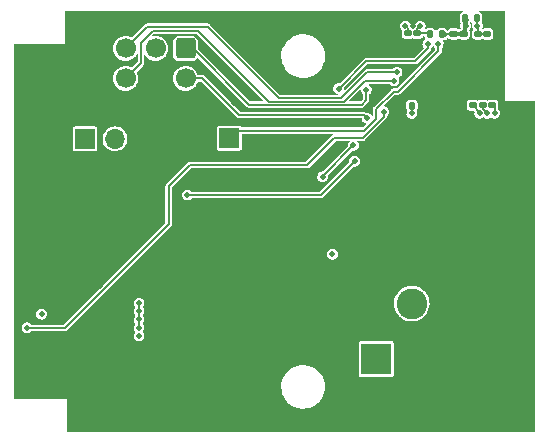
<source format=gbl>
G04 #@! TF.GenerationSoftware,KiCad,Pcbnew,(6.0.7)*
G04 #@! TF.CreationDate,2022-10-27T11:46:26+02:00*
G04 #@! TF.ProjectId,Steuerung,53746575-6572-4756-9e67-2e6b69636164,rev?*
G04 #@! TF.SameCoordinates,Original*
G04 #@! TF.FileFunction,Copper,L4,Bot*
G04 #@! TF.FilePolarity,Positive*
%FSLAX46Y46*%
G04 Gerber Fmt 4.6, Leading zero omitted, Abs format (unit mm)*
G04 Created by KiCad (PCBNEW (6.0.7)) date 2022-10-27 11:46:26*
%MOMM*%
%LPD*%
G01*
G04 APERTURE LIST*
G04 Aperture macros list*
%AMRoundRect*
0 Rectangle with rounded corners*
0 $1 Rounding radius*
0 $2 $3 $4 $5 $6 $7 $8 $9 X,Y pos of 4 corners*
0 Add a 4 corners polygon primitive as box body*
4,1,4,$2,$3,$4,$5,$6,$7,$8,$9,$2,$3,0*
0 Add four circle primitives for the rounded corners*
1,1,$1+$1,$2,$3*
1,1,$1+$1,$4,$5*
1,1,$1+$1,$6,$7*
1,1,$1+$1,$8,$9*
0 Add four rect primitives between the rounded corners*
20,1,$1+$1,$2,$3,$4,$5,0*
20,1,$1+$1,$4,$5,$6,$7,0*
20,1,$1+$1,$6,$7,$8,$9,0*
20,1,$1+$1,$8,$9,$2,$3,0*%
G04 Aperture macros list end*
G04 #@! TA.AperFunction,ComponentPad*
%ADD10R,2.600000X2.600000*%
G04 #@! TD*
G04 #@! TA.AperFunction,ComponentPad*
%ADD11C,2.600000*%
G04 #@! TD*
G04 #@! TA.AperFunction,ComponentPad*
%ADD12RoundRect,0.250000X-0.600000X0.600000X-0.600000X-0.600000X0.600000X-0.600000X0.600000X0.600000X0*%
G04 #@! TD*
G04 #@! TA.AperFunction,ComponentPad*
%ADD13C,1.700000*%
G04 #@! TD*
G04 #@! TA.AperFunction,ComponentPad*
%ADD14R,1.700000X1.700000*%
G04 #@! TD*
G04 #@! TA.AperFunction,ComponentPad*
%ADD15O,1.700000X1.700000*%
G04 #@! TD*
G04 #@! TA.AperFunction,SMDPad,CuDef*
%ADD16RoundRect,0.140000X-0.170000X0.140000X-0.170000X-0.140000X0.170000X-0.140000X0.170000X0.140000X0*%
G04 #@! TD*
G04 #@! TA.AperFunction,SMDPad,CuDef*
%ADD17RoundRect,0.140000X-0.140000X-0.170000X0.140000X-0.170000X0.140000X0.170000X-0.140000X0.170000X0*%
G04 #@! TD*
G04 #@! TA.AperFunction,SMDPad,CuDef*
%ADD18RoundRect,0.140000X0.170000X-0.140000X0.170000X0.140000X-0.170000X0.140000X-0.170000X-0.140000X0*%
G04 #@! TD*
G04 #@! TA.AperFunction,SMDPad,CuDef*
%ADD19RoundRect,0.147500X0.147500X0.172500X-0.147500X0.172500X-0.147500X-0.172500X0.147500X-0.172500X0*%
G04 #@! TD*
G04 #@! TA.AperFunction,SMDPad,CuDef*
%ADD20RoundRect,0.135000X-0.135000X-0.185000X0.135000X-0.185000X0.135000X0.185000X-0.135000X0.185000X0*%
G04 #@! TD*
G04 #@! TA.AperFunction,ViaPad*
%ADD21C,0.500000*%
G04 #@! TD*
G04 #@! TA.AperFunction,Conductor*
%ADD22C,0.127000*%
G04 #@! TD*
G04 APERTURE END LIST*
D10*
X179200000Y-103150000D03*
D11*
X185200000Y-103150000D03*
X182200000Y-98450000D03*
D12*
X163045000Y-76847500D03*
D13*
X163045000Y-79387500D03*
X160505000Y-76847500D03*
X160505000Y-79387500D03*
X157965000Y-76847500D03*
X157965000Y-79387500D03*
D14*
X166750000Y-84450000D03*
D15*
X164210000Y-84450000D03*
D14*
X154525000Y-84500000D03*
D15*
X157065000Y-84500000D03*
D16*
X182650000Y-75570000D03*
X182650000Y-76530000D03*
D17*
X186720000Y-74300000D03*
X187680000Y-74300000D03*
D16*
X186600000Y-75620000D03*
X186600000Y-76580000D03*
D18*
X188200000Y-81680000D03*
X188200000Y-80720000D03*
D19*
X184735000Y-75650000D03*
X183765000Y-75650000D03*
D16*
X185750000Y-75620000D03*
X185750000Y-76580000D03*
X181850000Y-75570000D03*
X181850000Y-76530000D03*
D18*
X187350000Y-81680000D03*
X187350000Y-80720000D03*
D20*
X181190000Y-81700000D03*
X182210000Y-81700000D03*
D16*
X187800000Y-75620000D03*
X187800000Y-76580000D03*
X188600000Y-75620000D03*
X188600000Y-76580000D03*
D18*
X189000000Y-81680000D03*
X189000000Y-80720000D03*
D21*
X186750000Y-74950000D03*
X161150000Y-74400000D03*
X150150000Y-96750000D03*
X165150000Y-95050000D03*
X149150000Y-78050000D03*
X174250000Y-86600000D03*
X184150000Y-93350000D03*
X170150000Y-86150000D03*
X160150000Y-100150000D03*
X187200000Y-76550000D03*
X181150000Y-76550000D03*
X152750000Y-93950000D03*
X159150000Y-74650000D03*
X191150000Y-101850000D03*
X167150000Y-74650000D03*
X149150000Y-84850000D03*
X153150000Y-88250000D03*
X187150000Y-88250000D03*
X169150000Y-88250000D03*
X190150000Y-103550000D03*
X172150000Y-83150000D03*
X150150000Y-83150000D03*
X155150000Y-74650000D03*
X161150000Y-88250000D03*
X161050000Y-91500000D03*
X171150000Y-74650000D03*
X152150000Y-83150000D03*
X173450000Y-93150000D03*
X165150000Y-91650000D03*
X182150000Y-103550000D03*
X189550000Y-77050000D03*
X183150000Y-91650000D03*
X150150000Y-79750000D03*
X160150000Y-89950000D03*
X181150000Y-91650000D03*
X169150000Y-84850000D03*
X183150000Y-84850000D03*
X187150000Y-101850000D03*
X168150000Y-76350000D03*
X180150000Y-86550000D03*
X152150000Y-89950000D03*
X151150000Y-95050000D03*
X191150000Y-98450000D03*
X173150000Y-84850000D03*
X157150000Y-91650000D03*
X182450000Y-77250000D03*
X177400000Y-88250000D03*
X186150000Y-86550000D03*
X175150000Y-78050000D03*
X154150000Y-76350000D03*
X155750000Y-96300000D03*
X186150000Y-83150000D03*
X162150000Y-86550000D03*
X188150000Y-89950000D03*
X162150000Y-93350000D03*
X188150000Y-93350000D03*
X176150000Y-89950000D03*
X180550000Y-82300000D03*
X178150000Y-86550000D03*
X182150000Y-83450000D03*
X184150000Y-89950000D03*
X188150000Y-103550000D03*
X151150000Y-88250000D03*
X187150000Y-105250000D03*
X169150000Y-74650000D03*
X186150000Y-96750000D03*
X190150000Y-86550000D03*
X167850000Y-80200000D03*
X164150000Y-96750000D03*
X190150000Y-93350000D03*
X191150000Y-84850000D03*
X186150000Y-93350000D03*
X151150000Y-84850000D03*
X179150000Y-88250000D03*
X160600000Y-97200000D03*
X178150000Y-93350000D03*
X186800000Y-79100000D03*
X191150000Y-88250000D03*
X192150000Y-96750000D03*
X182150000Y-86550000D03*
X167150000Y-81450000D03*
X153150000Y-74650000D03*
X192150000Y-93350000D03*
X163150000Y-74400000D03*
X170150000Y-76350000D03*
X167150000Y-88250000D03*
X192150000Y-106950000D03*
X186150000Y-106950000D03*
X151950000Y-97500000D03*
X189750000Y-78150000D03*
X179150000Y-74650000D03*
X188150000Y-100150000D03*
X155150000Y-78050000D03*
X191150000Y-108650000D03*
X178150000Y-89950000D03*
X173150000Y-74650000D03*
X183150000Y-105250000D03*
X179150000Y-84850000D03*
X185100000Y-76600000D03*
X157150000Y-78050000D03*
X161150000Y-81450000D03*
X155450000Y-95500000D03*
X187150000Y-84850000D03*
X189150000Y-108650000D03*
X186150000Y-100150000D03*
X177150000Y-95050000D03*
X171150000Y-88250000D03*
X153150000Y-84850000D03*
X168150000Y-83150000D03*
X165150000Y-74400000D03*
X180150000Y-80100000D03*
X187150000Y-98450000D03*
X163150000Y-81450000D03*
X170350000Y-79550000D03*
X154150000Y-89950000D03*
X155150000Y-95050000D03*
X192150000Y-100150000D03*
X152150000Y-79750000D03*
X180150000Y-96750000D03*
X174150000Y-83150000D03*
X187150000Y-108650000D03*
X184150000Y-106950000D03*
X157150000Y-81450000D03*
X172150000Y-86150000D03*
X174150000Y-79750000D03*
X182280559Y-74953559D03*
X191150000Y-105250000D03*
X149150000Y-95050000D03*
X178150000Y-96750000D03*
X152150000Y-96750000D03*
X185150000Y-105250000D03*
X170600000Y-93450000D03*
X181150000Y-95050000D03*
X150150000Y-89950000D03*
X162150000Y-96750000D03*
X189150000Y-95050000D03*
X177700000Y-81000000D03*
X158800000Y-93700000D03*
X153150000Y-78050000D03*
X164150000Y-83150000D03*
X177000000Y-93150000D03*
X189150000Y-101850000D03*
X192150000Y-83150000D03*
X155150000Y-88250000D03*
X158150000Y-86550000D03*
X188150000Y-86550000D03*
X186150000Y-89950000D03*
X162150000Y-89950000D03*
X156150000Y-83150000D03*
X191400000Y-81700000D03*
X192150000Y-89950000D03*
X177150000Y-91650000D03*
X191150000Y-91650000D03*
X150150000Y-86550000D03*
X183150000Y-108650000D03*
X151150000Y-91650000D03*
X189150000Y-105250000D03*
X163150000Y-91650000D03*
X180150000Y-93350000D03*
X185150000Y-95050000D03*
X154150000Y-83150000D03*
X158150000Y-83150000D03*
X153150000Y-81450000D03*
X190150000Y-96750000D03*
X189650000Y-80750000D03*
X187150000Y-95050000D03*
X182850000Y-80950000D03*
X167150000Y-91650000D03*
X180150000Y-83450000D03*
X179150000Y-91650000D03*
X154150000Y-79750000D03*
X154150000Y-86550000D03*
X151150000Y-81450000D03*
X189150000Y-74650000D03*
X171150000Y-84850000D03*
X188400000Y-79550000D03*
X182150000Y-106950000D03*
X176150000Y-76350000D03*
X181500000Y-82350000D03*
X189550000Y-76150000D03*
X185150000Y-108650000D03*
X163150000Y-88250000D03*
X160150000Y-96750000D03*
X160150000Y-83150000D03*
X159150000Y-88250000D03*
X150150000Y-93350000D03*
X152150000Y-86550000D03*
X180750000Y-75450000D03*
X168150000Y-86150000D03*
X172150000Y-79750000D03*
X189800000Y-74000000D03*
X165350000Y-77600000D03*
X180150000Y-89950000D03*
X157150000Y-74650000D03*
X159150000Y-95050000D03*
X184150000Y-100150000D03*
X189150000Y-98450000D03*
X153500000Y-95500000D03*
X185900000Y-74000000D03*
X167100000Y-94600000D03*
X163900000Y-93700000D03*
X162150000Y-83150000D03*
X149150000Y-88250000D03*
X159150000Y-91650000D03*
X191150000Y-95050000D03*
X155762500Y-96962500D03*
X188150000Y-96750000D03*
X190150000Y-100150000D03*
X149150000Y-81450000D03*
X187150000Y-91650000D03*
X186650000Y-80700000D03*
X156150000Y-76350000D03*
X190150000Y-106950000D03*
X183150000Y-101850000D03*
X175950000Y-83150000D03*
X175150000Y-74650000D03*
X190150000Y-89950000D03*
X175600000Y-95000000D03*
X190150000Y-83150000D03*
X160150000Y-86550000D03*
X184150000Y-86550000D03*
X162150000Y-100150000D03*
X188150000Y-106950000D03*
X151150000Y-78050000D03*
X192150000Y-86550000D03*
X165600000Y-79700000D03*
X188150000Y-83150000D03*
X166150000Y-96750000D03*
X161150000Y-95050000D03*
X156150000Y-79750000D03*
X185150000Y-84850000D03*
X192150000Y-103550000D03*
X182150000Y-89950000D03*
X181150000Y-88250000D03*
X151750000Y-99550000D03*
X189150000Y-91650000D03*
X189150000Y-88250000D03*
X182150000Y-93350000D03*
X156150000Y-86550000D03*
X166150000Y-83150000D03*
X170150000Y-83150000D03*
X185150000Y-91650000D03*
X155150000Y-81450000D03*
X184150000Y-96750000D03*
X165150000Y-81450000D03*
X168150000Y-89950000D03*
X189150000Y-84850000D03*
X184850000Y-80950000D03*
X185150000Y-88250000D03*
X179150000Y-95050000D03*
X184150000Y-83450000D03*
X173150000Y-88250000D03*
X185150000Y-98450000D03*
X159150000Y-81450000D03*
X149150000Y-91650000D03*
X179150000Y-98450000D03*
X169150000Y-78050000D03*
X163150000Y-95050000D03*
X183150000Y-88250000D03*
X180050000Y-74050000D03*
X175475000Y-91775000D03*
X181150000Y-84850000D03*
X177150000Y-74650000D03*
X173350000Y-91850000D03*
X183150000Y-95050000D03*
X148950000Y-99350000D03*
X187750000Y-74950000D03*
X181654068Y-74949718D03*
X159100000Y-99100000D03*
X159100000Y-101200000D03*
X175475000Y-94275000D03*
X159100000Y-99800000D03*
X150850000Y-99350000D03*
X159100000Y-98400000D03*
X182907049Y-74949643D03*
X159100000Y-100500000D03*
X189200000Y-82350000D03*
X188573497Y-82350000D03*
X184450000Y-76450000D03*
X187945361Y-82344119D03*
X178350000Y-80350000D03*
X178400000Y-82763873D03*
X180688873Y-79588873D03*
X183550000Y-76500000D03*
X176000000Y-80250000D03*
X177250000Y-85050000D03*
X174650000Y-87700000D03*
X182200000Y-82350000D03*
X163200000Y-89250000D03*
X177350000Y-86400000D03*
X180950000Y-78850000D03*
X149610000Y-100500000D03*
X179800000Y-82200000D03*
D22*
X186600000Y-75620000D02*
X186600000Y-75100000D01*
X184735000Y-75650000D02*
X185720000Y-75650000D01*
X186600000Y-75100000D02*
X186750000Y-74950000D01*
X186750000Y-74950000D02*
X186750000Y-74330000D01*
X186750000Y-74330000D02*
X186720000Y-74300000D01*
X185750000Y-75620000D02*
X186600000Y-75620000D01*
X185720000Y-75650000D02*
X185750000Y-75620000D01*
X187350000Y-80720000D02*
X186670000Y-80720000D01*
X181500000Y-82010000D02*
X181190000Y-81700000D01*
X186600000Y-76580000D02*
X185120000Y-76580000D01*
X186670000Y-80720000D02*
X186650000Y-80700000D01*
X187170000Y-76580000D02*
X187200000Y-76550000D01*
X181170000Y-76530000D02*
X181150000Y-76550000D01*
X182650000Y-76530000D02*
X181850000Y-76530000D01*
X181850000Y-76530000D02*
X181170000Y-76530000D01*
X185120000Y-76580000D02*
X185100000Y-76600000D01*
X182650000Y-77050000D02*
X182450000Y-77250000D01*
X189000000Y-80720000D02*
X189620000Y-80720000D01*
X189620000Y-80720000D02*
X189650000Y-80750000D01*
X181500000Y-82350000D02*
X181500000Y-82010000D01*
X187230000Y-76580000D02*
X187200000Y-76550000D01*
X188600000Y-76580000D02*
X187800000Y-76580000D01*
X182650000Y-76530000D02*
X182650000Y-77050000D01*
X187350000Y-80720000D02*
X189000000Y-80720000D01*
X186600000Y-76580000D02*
X187170000Y-76580000D01*
X187800000Y-76580000D02*
X187230000Y-76580000D01*
X187800000Y-75000000D02*
X187750000Y-74950000D01*
X187800000Y-75620000D02*
X187800000Y-75000000D01*
X187680000Y-74880000D02*
X187750000Y-74950000D01*
X187680000Y-74300000D02*
X187680000Y-74880000D01*
X188600000Y-75620000D02*
X187800000Y-75620000D01*
X159100000Y-98400000D02*
X159100000Y-100500000D01*
X181850000Y-75145650D02*
X181654068Y-74949718D01*
X183685000Y-75570000D02*
X183765000Y-75650000D01*
X182650000Y-75206692D02*
X182907049Y-74949643D01*
X182650000Y-75570000D02*
X183685000Y-75570000D01*
X159100000Y-99800000D02*
X159100000Y-99100000D01*
X181850000Y-75570000D02*
X181850000Y-75145650D01*
X182650000Y-75570000D02*
X182650000Y-75206692D01*
X189200000Y-82350000D02*
X189200000Y-81880000D01*
X189200000Y-81880000D02*
X189000000Y-81680000D01*
X188200000Y-81976503D02*
X188200000Y-81680000D01*
X188573497Y-82350000D02*
X188200000Y-81976503D01*
X184450000Y-77100000D02*
X181050000Y-80500000D01*
X179150000Y-82800000D02*
X178150000Y-83800000D01*
X184450000Y-76450000D02*
X184450000Y-77100000D01*
X181050000Y-80500000D02*
X180650000Y-80500000D01*
X180650000Y-80500000D02*
X179150000Y-82000000D01*
X178150000Y-83800000D02*
X167400000Y-83800000D01*
X167400000Y-83800000D02*
X166750000Y-84450000D01*
X179150000Y-82000000D02*
X179150000Y-82800000D01*
X187945361Y-82344119D02*
X187945361Y-82275361D01*
X187945361Y-82275361D02*
X187350000Y-81680000D01*
X163045000Y-76847500D02*
X163647500Y-76847500D01*
X177950000Y-81600000D02*
X178350000Y-81200000D01*
X163647500Y-76847500D02*
X168400000Y-81600000D01*
X168400000Y-81600000D02*
X177950000Y-81600000D01*
X178350000Y-81200000D02*
X178350000Y-80350000D01*
X167577038Y-82500000D02*
X164464538Y-79387500D01*
X178136127Y-82500000D02*
X167577038Y-82500000D01*
X178400000Y-82763873D02*
X178136127Y-82500000D01*
X164464538Y-79387500D02*
X163045000Y-79387500D01*
X159250000Y-76350000D02*
X160250000Y-75350000D01*
X159250000Y-78102500D02*
X159250000Y-76350000D01*
X170096000Y-81346000D02*
X176454000Y-81346000D01*
X180677746Y-79600000D02*
X180688873Y-79588873D01*
X178200000Y-79600000D02*
X180677746Y-79600000D01*
X176454000Y-81346000D02*
X178200000Y-79600000D01*
X160250000Y-75350000D02*
X164100000Y-75350000D01*
X157965000Y-79387500D02*
X159250000Y-78102500D01*
X164100000Y-75350000D02*
X170096000Y-81346000D01*
X183550000Y-76500000D02*
X183550000Y-76850000D01*
X182500000Y-77900000D02*
X178350000Y-77900000D01*
X183550000Y-76850000D02*
X182500000Y-77900000D01*
X178350000Y-77900000D02*
X176000000Y-80250000D01*
X174650000Y-87700000D02*
X174650000Y-87650000D01*
X174650000Y-87650000D02*
X177250000Y-85050000D01*
X182210000Y-82340000D02*
X182200000Y-82350000D01*
X182210000Y-81700000D02*
X182210000Y-82340000D01*
X177350000Y-86400000D02*
X174500000Y-89250000D01*
X174500000Y-89250000D02*
X163200000Y-89250000D01*
X164900000Y-75000000D02*
X170950000Y-81050000D01*
X159812500Y-75000000D02*
X164900000Y-75000000D01*
X176200000Y-81050000D02*
X178400000Y-78850000D01*
X170950000Y-81050000D02*
X176200000Y-81050000D01*
X157965000Y-76847500D02*
X159812500Y-75000000D01*
X178400000Y-78850000D02*
X180950000Y-78850000D01*
X152847962Y-100500000D02*
X161600000Y-91747962D01*
X178050000Y-84400000D02*
X179800000Y-82650000D01*
X173350000Y-86700000D02*
X175650000Y-84400000D01*
X161600000Y-91747962D02*
X161600000Y-88500000D01*
X161600000Y-88500000D02*
X163400000Y-86700000D01*
X179800000Y-82650000D02*
X179800000Y-82200000D01*
X149610000Y-100500000D02*
X152847962Y-100500000D01*
X163400000Y-86700000D02*
X173350000Y-86700000D01*
X175650000Y-84400000D02*
X178050000Y-84400000D01*
G04 #@! TA.AperFunction,Conductor*
G36*
X186513438Y-73714352D02*
G01*
X186527790Y-73749000D01*
X186513438Y-73783648D01*
X186493101Y-73795687D01*
X186490513Y-73796028D01*
X186381684Y-73846776D01*
X186296776Y-73931684D01*
X186294965Y-73935568D01*
X186247612Y-74037115D01*
X186247611Y-74037118D01*
X186246028Y-74040513D01*
X186239500Y-74090099D01*
X186239501Y-74509900D01*
X186246028Y-74559487D01*
X186296776Y-74668316D01*
X186332163Y-74703703D01*
X186346515Y-74738351D01*
X186341870Y-74759175D01*
X186316283Y-74813676D01*
X186314754Y-74816932D01*
X186314217Y-74820379D01*
X186314217Y-74820380D01*
X186298169Y-74923454D01*
X186294901Y-74944440D01*
X186295353Y-74947897D01*
X186295353Y-74947900D01*
X186304372Y-75016869D01*
X186311633Y-75072394D01*
X186324125Y-75100785D01*
X186324943Y-75138277D01*
X186299983Y-75164927D01*
X186235569Y-75194964D01*
X186235567Y-75194965D01*
X186231684Y-75196776D01*
X186209648Y-75218812D01*
X186175000Y-75233164D01*
X186140352Y-75218812D01*
X186118316Y-75196776D01*
X186087933Y-75182608D01*
X186012885Y-75147612D01*
X186012882Y-75147611D01*
X186009487Y-75146028D01*
X185959901Y-75139500D01*
X185750066Y-75139500D01*
X185540100Y-75139501D01*
X185526843Y-75141246D01*
X185494227Y-75145539D01*
X185494226Y-75145539D01*
X185490513Y-75146028D01*
X185381684Y-75196776D01*
X185296776Y-75281684D01*
X185294965Y-75285567D01*
X185294964Y-75285569D01*
X185280273Y-75317074D01*
X185252623Y-75342411D01*
X185215156Y-75340775D01*
X185191880Y-75317961D01*
X185171160Y-75275759D01*
X185171156Y-75275753D01*
X185169372Y-75272120D01*
X185087379Y-75190270D01*
X185071705Y-75182608D01*
X185001174Y-75148132D01*
X184983294Y-75139392D01*
X184915486Y-75129500D01*
X184554514Y-75129500D01*
X184552757Y-75129759D01*
X184552752Y-75129759D01*
X184515923Y-75135181D01*
X184486116Y-75139569D01*
X184482701Y-75141246D01*
X184482700Y-75141246D01*
X184468675Y-75148132D01*
X184382120Y-75190628D01*
X184300270Y-75272621D01*
X184298490Y-75276263D01*
X184298489Y-75276264D01*
X184293980Y-75285488D01*
X184265871Y-75310314D01*
X184228440Y-75307992D01*
X184205973Y-75285565D01*
X184202580Y-75278654D01*
X184199372Y-75272120D01*
X184117379Y-75190270D01*
X184101705Y-75182608D01*
X184031174Y-75148132D01*
X184013294Y-75139392D01*
X183945486Y-75129500D01*
X183584514Y-75129500D01*
X183582757Y-75129759D01*
X183582752Y-75129759D01*
X183545923Y-75135181D01*
X183516116Y-75139569D01*
X183512701Y-75141246D01*
X183512700Y-75141246D01*
X183498675Y-75148132D01*
X183412120Y-75190628D01*
X183409259Y-75193494D01*
X183382394Y-75220406D01*
X183347759Y-75234788D01*
X183313098Y-75220466D01*
X183298716Y-75185831D01*
X183303619Y-75164423D01*
X183339114Y-75091162D01*
X183339115Y-75091160D01*
X183340637Y-75088018D01*
X183342630Y-75076175D01*
X183356130Y-74995926D01*
X183362046Y-74960763D01*
X183362102Y-74956179D01*
X183362159Y-74951545D01*
X183362159Y-74951542D01*
X183362182Y-74949643D01*
X183343888Y-74821902D01*
X183290477Y-74704431D01*
X183284266Y-74697222D01*
X183208522Y-74609317D01*
X183206242Y-74606671D01*
X183167825Y-74581771D01*
X183100886Y-74538383D01*
X183100882Y-74538381D01*
X183097955Y-74536484D01*
X183094611Y-74535484D01*
X183094609Y-74535483D01*
X182977672Y-74500511D01*
X182977673Y-74500511D01*
X182974322Y-74499509D01*
X182908122Y-74499105D01*
X182848772Y-74498742D01*
X182848770Y-74498742D01*
X182845280Y-74498721D01*
X182841925Y-74499680D01*
X182841924Y-74499680D01*
X182724559Y-74533223D01*
X182721204Y-74534182D01*
X182612068Y-74603042D01*
X182526645Y-74699765D01*
X182525161Y-74702926D01*
X182476305Y-74806987D01*
X182471803Y-74816575D01*
X182471266Y-74820022D01*
X182471266Y-74820023D01*
X182470424Y-74825434D01*
X182451950Y-74944083D01*
X182452402Y-74947540D01*
X182452402Y-74947544D01*
X182458729Y-74995926D01*
X182450885Y-75029501D01*
X182444938Y-75038402D01*
X182419697Y-75076176D01*
X182393085Y-75095689D01*
X182390513Y-75096028D01*
X182281684Y-75146776D01*
X182278647Y-75149813D01*
X182278107Y-75150191D01*
X182241493Y-75158309D01*
X182221893Y-75150191D01*
X182221353Y-75149813D01*
X182218316Y-75146776D01*
X182131790Y-75106428D01*
X182106453Y-75078778D01*
X182104440Y-75071579D01*
X182098684Y-75042643D01*
X182100334Y-75042315D01*
X182098319Y-75024708D01*
X182108752Y-74962700D01*
X182108752Y-74962697D01*
X182109065Y-74960838D01*
X182109122Y-74956179D01*
X182109178Y-74951620D01*
X182109178Y-74951617D01*
X182109201Y-74949718D01*
X182090907Y-74821977D01*
X182037496Y-74704506D01*
X182025393Y-74690459D01*
X181955541Y-74609392D01*
X181953261Y-74606746D01*
X181885588Y-74562883D01*
X181847905Y-74538458D01*
X181847901Y-74538456D01*
X181844974Y-74536559D01*
X181841630Y-74535559D01*
X181841628Y-74535558D01*
X181724691Y-74500586D01*
X181724692Y-74500586D01*
X181721341Y-74499584D01*
X181655141Y-74499180D01*
X181595791Y-74498817D01*
X181595789Y-74498817D01*
X181592299Y-74498796D01*
X181588944Y-74499755D01*
X181588943Y-74499755D01*
X181471578Y-74533298D01*
X181468223Y-74534257D01*
X181359087Y-74603117D01*
X181273664Y-74699840D01*
X181272180Y-74703001D01*
X181222101Y-74809667D01*
X181218822Y-74816650D01*
X181218285Y-74820097D01*
X181218285Y-74820098D01*
X181202193Y-74923454D01*
X181198969Y-74944158D01*
X181199421Y-74947615D01*
X181199421Y-74947618D01*
X181205738Y-74995926D01*
X181215701Y-75072112D01*
X181217108Y-75075309D01*
X181217108Y-75075310D01*
X181247756Y-75144962D01*
X181267673Y-75190228D01*
X181343041Y-75279889D01*
X181354348Y-75315644D01*
X181349941Y-75332122D01*
X181346028Y-75340513D01*
X181339500Y-75390099D01*
X181339501Y-75749900D01*
X181339710Y-75751487D01*
X181345064Y-75792160D01*
X181346028Y-75799487D01*
X181396776Y-75908316D01*
X181481684Y-75993224D01*
X181485569Y-75995035D01*
X181485568Y-75995035D01*
X181587115Y-76042388D01*
X181587118Y-76042389D01*
X181590513Y-76043972D01*
X181640099Y-76050500D01*
X181849934Y-76050500D01*
X182059900Y-76050499D01*
X182081011Y-76047720D01*
X182105773Y-76044461D01*
X182105774Y-76044461D01*
X182109487Y-76043972D01*
X182218316Y-75993224D01*
X182221353Y-75990187D01*
X182221893Y-75989809D01*
X182258507Y-75981691D01*
X182278107Y-75989809D01*
X182278647Y-75990187D01*
X182281684Y-75993224D01*
X182310875Y-76006836D01*
X182387115Y-76042388D01*
X182387118Y-76042389D01*
X182390513Y-76043972D01*
X182440099Y-76050500D01*
X182649934Y-76050500D01*
X182859900Y-76050499D01*
X182881011Y-76047720D01*
X182905773Y-76044461D01*
X182905774Y-76044461D01*
X182909487Y-76043972D01*
X183018316Y-75993224D01*
X183103224Y-75908316D01*
X183124685Y-75862292D01*
X183152335Y-75836955D01*
X183169094Y-75834000D01*
X183224022Y-75834000D01*
X183258670Y-75848352D01*
X183272500Y-75875864D01*
X183279569Y-75923884D01*
X183281246Y-75927299D01*
X183281246Y-75927300D01*
X183290703Y-75946562D01*
X183330628Y-76027880D01*
X183333495Y-76030742D01*
X183334950Y-76032195D01*
X183335523Y-76033575D01*
X183335851Y-76034033D01*
X183335745Y-76034109D01*
X183349330Y-76066831D01*
X183335006Y-76101491D01*
X183326477Y-76108312D01*
X183255019Y-76153399D01*
X183169596Y-76250122D01*
X183168112Y-76253283D01*
X183122704Y-76350000D01*
X183114754Y-76366932D01*
X183114217Y-76370379D01*
X183114217Y-76370380D01*
X183099799Y-76462984D01*
X183094901Y-76494440D01*
X183095353Y-76497897D01*
X183095353Y-76497900D01*
X183105095Y-76572394D01*
X183111633Y-76622394D01*
X183113040Y-76625591D01*
X183113040Y-76625592D01*
X183123489Y-76649339D01*
X183163605Y-76740510D01*
X183165851Y-76743182D01*
X183165853Y-76743185D01*
X183190649Y-76772683D01*
X183201957Y-76808440D01*
X183187788Y-76838860D01*
X182405000Y-77621648D01*
X182370352Y-77636000D01*
X178380830Y-77636000D01*
X178371271Y-77635059D01*
X178354731Y-77631769D01*
X178350000Y-77630828D01*
X178323998Y-77636000D01*
X178246992Y-77651317D01*
X178242981Y-77653997D01*
X178242979Y-77653998D01*
X178198629Y-77683633D01*
X178159667Y-77709667D01*
X178147615Y-77727704D01*
X178141524Y-77735124D01*
X176091200Y-79785448D01*
X176056254Y-79799799D01*
X176001765Y-79799466D01*
X175941723Y-79799099D01*
X175941721Y-79799099D01*
X175938231Y-79799078D01*
X175934876Y-79800037D01*
X175934875Y-79800037D01*
X175817510Y-79833580D01*
X175814155Y-79834539D01*
X175705019Y-79903399D01*
X175619596Y-80000122D01*
X175618112Y-80003283D01*
X175570456Y-80104788D01*
X175564754Y-80116932D01*
X175564217Y-80120379D01*
X175564217Y-80120380D01*
X175546362Y-80235059D01*
X175544901Y-80244440D01*
X175545353Y-80247897D01*
X175545353Y-80247900D01*
X175556313Y-80331710D01*
X175561633Y-80372394D01*
X175613605Y-80490510D01*
X175615851Y-80493182D01*
X175615853Y-80493185D01*
X175694392Y-80586618D01*
X175696639Y-80589291D01*
X175699543Y-80591224D01*
X175699544Y-80591225D01*
X175719498Y-80604507D01*
X175804060Y-80660796D01*
X175807386Y-80661835D01*
X175807388Y-80661836D01*
X175898269Y-80690229D01*
X175927061Y-80714261D01*
X175930428Y-80751612D01*
X175906396Y-80780404D01*
X175883657Y-80786000D01*
X171079648Y-80786000D01*
X171045000Y-80771648D01*
X167815447Y-77542095D01*
X171145028Y-77542095D01*
X171170534Y-77809431D01*
X171170955Y-77811152D01*
X171170956Y-77811157D01*
X171214195Y-77987860D01*
X171234364Y-78070285D01*
X171335182Y-78319192D01*
X171353453Y-78350397D01*
X171448300Y-78512382D01*
X171470875Y-78550938D01*
X171638601Y-78760669D01*
X171834846Y-78943991D01*
X171836293Y-78944995D01*
X171836297Y-78944998D01*
X171893859Y-78984930D01*
X172055499Y-79097064D01*
X172295938Y-79216680D01*
X172297620Y-79217232D01*
X172297624Y-79217233D01*
X172549444Y-79299784D01*
X172549449Y-79299785D01*
X172551126Y-79300335D01*
X172552864Y-79300637D01*
X172552869Y-79300638D01*
X172754420Y-79335633D01*
X172815717Y-79346276D01*
X172817212Y-79346350D01*
X172817217Y-79346351D01*
X172857852Y-79348374D01*
X172900567Y-79350500D01*
X173068223Y-79350500D01*
X173069087Y-79350437D01*
X173069096Y-79350437D01*
X173266075Y-79336145D01*
X173266082Y-79336144D01*
X173267846Y-79336016D01*
X173269581Y-79335633D01*
X173528347Y-79278503D01*
X173528352Y-79278502D01*
X173530080Y-79278120D01*
X173781211Y-79182975D01*
X173798428Y-79173412D01*
X174014421Y-79053438D01*
X174014424Y-79053436D01*
X174015976Y-79052574D01*
X174017394Y-79051492D01*
X174228042Y-78890731D01*
X174228045Y-78890728D01*
X174229458Y-78889650D01*
X174230697Y-78888382D01*
X174230701Y-78888379D01*
X174415942Y-78698886D01*
X174415945Y-78698883D01*
X174417185Y-78697614D01*
X174575225Y-78480491D01*
X174673956Y-78292833D01*
X174699437Y-78244402D01*
X174699438Y-78244401D01*
X174700265Y-78242828D01*
X174715116Y-78200775D01*
X174789097Y-77991277D01*
X174789098Y-77991275D01*
X174789688Y-77989603D01*
X174806787Y-77902851D01*
X174841277Y-77727865D01*
X174841278Y-77727858D01*
X174841620Y-77726122D01*
X174854972Y-77457905D01*
X174829466Y-77190569D01*
X174806147Y-77095269D01*
X174771336Y-76953008D01*
X174765636Y-76929715D01*
X174694669Y-76754507D01*
X174665485Y-76682454D01*
X174665483Y-76682451D01*
X174664818Y-76680808D01*
X174571296Y-76521085D01*
X174530021Y-76450592D01*
X174530020Y-76450591D01*
X174529125Y-76449062D01*
X174361399Y-76239331D01*
X174165154Y-76056009D01*
X174163707Y-76055005D01*
X174163703Y-76055002D01*
X173979621Y-75927300D01*
X173944501Y-75902936D01*
X173704062Y-75783320D01*
X173702380Y-75782768D01*
X173702376Y-75782767D01*
X173450556Y-75700216D01*
X173450551Y-75700215D01*
X173448874Y-75699665D01*
X173447136Y-75699363D01*
X173447131Y-75699362D01*
X173185757Y-75653980D01*
X173185758Y-75653980D01*
X173184283Y-75653724D01*
X173182788Y-75653650D01*
X173182783Y-75653649D01*
X173142148Y-75651626D01*
X173099433Y-75649500D01*
X172931777Y-75649500D01*
X172930913Y-75649563D01*
X172930904Y-75649563D01*
X172733925Y-75663855D01*
X172733918Y-75663856D01*
X172732154Y-75663984D01*
X172730420Y-75664367D01*
X172730419Y-75664367D01*
X172471653Y-75721497D01*
X172471648Y-75721498D01*
X172469920Y-75721880D01*
X172218789Y-75817025D01*
X172217247Y-75817882D01*
X172217246Y-75817882D01*
X171995017Y-75941320D01*
X171984024Y-75947426D01*
X171982608Y-75948507D01*
X171982606Y-75948508D01*
X171775579Y-76106506D01*
X171770542Y-76110350D01*
X171769303Y-76111618D01*
X171769299Y-76111621D01*
X171584058Y-76301114D01*
X171582815Y-76302386D01*
X171581769Y-76303823D01*
X171548158Y-76350000D01*
X171424775Y-76519509D01*
X171299735Y-76757172D01*
X171299145Y-76758843D01*
X171299144Y-76758845D01*
X171230578Y-76953008D01*
X171210312Y-77010397D01*
X171209970Y-77012134D01*
X171209968Y-77012140D01*
X171158723Y-77272135D01*
X171158722Y-77272142D01*
X171158380Y-77273878D01*
X171152828Y-77385409D01*
X171147115Y-77500178D01*
X171145028Y-77542095D01*
X167815447Y-77542095D01*
X165108476Y-74835124D01*
X165102385Y-74827704D01*
X165090333Y-74809667D01*
X165068289Y-74794937D01*
X165003008Y-74751317D01*
X164900000Y-74730828D01*
X164895269Y-74731769D01*
X164878729Y-74735059D01*
X164869170Y-74736000D01*
X159843330Y-74736000D01*
X159833771Y-74735059D01*
X159817231Y-74731769D01*
X159812500Y-74730828D01*
X159807769Y-74731769D01*
X159786498Y-74736000D01*
X159714222Y-74750376D01*
X159714221Y-74750376D01*
X159709492Y-74751317D01*
X159705484Y-74753995D01*
X159705482Y-74753996D01*
X159697530Y-74759310D01*
X159644210Y-74794937D01*
X159644198Y-74794946D01*
X159622167Y-74809667D01*
X159610117Y-74827701D01*
X159604026Y-74835121D01*
X158523653Y-75915494D01*
X158489005Y-75929846D01*
X158465701Y-75923949D01*
X158374055Y-75874397D01*
X158177254Y-75813477D01*
X158174879Y-75813227D01*
X158174877Y-75813227D01*
X157974752Y-75792193D01*
X157974747Y-75792193D01*
X157972369Y-75791943D01*
X157969984Y-75792160D01*
X157969979Y-75792160D01*
X157873165Y-75800971D01*
X157767203Y-75810614D01*
X157635124Y-75849487D01*
X157571875Y-75868102D01*
X157571873Y-75868103D01*
X157569572Y-75868780D01*
X157567446Y-75869891D01*
X157567447Y-75869891D01*
X157392140Y-75961540D01*
X157387002Y-75964226D01*
X157334006Y-76006836D01*
X157228312Y-76091815D01*
X157228309Y-76091818D01*
X157226447Y-76093315D01*
X157224908Y-76095149D01*
X157224907Y-76095150D01*
X157211086Y-76111621D01*
X157094024Y-76251130D01*
X157092869Y-76253231D01*
X157030362Y-76366932D01*
X156994776Y-76431662D01*
X156994052Y-76433943D01*
X156994052Y-76433944D01*
X156986032Y-76459228D01*
X156932484Y-76628032D01*
X156909520Y-76832762D01*
X156909720Y-76835144D01*
X156909720Y-76835148D01*
X156915322Y-76901852D01*
X156926759Y-77038053D01*
X156983544Y-77236086D01*
X157077712Y-77419318D01*
X157079198Y-77421193D01*
X157079200Y-77421196D01*
X157173618Y-77540321D01*
X157205677Y-77580770D01*
X157207503Y-77582324D01*
X157207504Y-77582325D01*
X157288570Y-77651317D01*
X157362564Y-77714291D01*
X157542398Y-77814797D01*
X157590936Y-77830568D01*
X157736047Y-77877718D01*
X157736051Y-77877719D01*
X157738329Y-77878459D01*
X157942894Y-77902851D01*
X158148300Y-77887046D01*
X158346725Y-77831645D01*
X158348854Y-77830570D01*
X158348858Y-77830568D01*
X158475286Y-77766704D01*
X158530610Y-77738758D01*
X158634972Y-77657222D01*
X158691062Y-77613400D01*
X158691063Y-77613399D01*
X158692951Y-77611924D01*
X158718500Y-77582325D01*
X158825993Y-77457793D01*
X158825997Y-77457788D01*
X158827564Y-77455972D01*
X158894395Y-77338328D01*
X158923988Y-77315290D01*
X158961203Y-77319926D01*
X158984241Y-77349519D01*
X158986000Y-77362531D01*
X158986000Y-77972852D01*
X158971648Y-78007500D01*
X158523654Y-78455494D01*
X158489006Y-78469846D01*
X158465701Y-78463949D01*
X158411307Y-78434539D01*
X158374055Y-78414397D01*
X158177254Y-78353477D01*
X158174879Y-78353227D01*
X158174877Y-78353227D01*
X157974752Y-78332193D01*
X157974747Y-78332193D01*
X157972369Y-78331943D01*
X157969984Y-78332160D01*
X157969979Y-78332160D01*
X157869786Y-78341278D01*
X157767203Y-78350614D01*
X157626244Y-78392100D01*
X157571875Y-78408102D01*
X157571873Y-78408103D01*
X157569572Y-78408780D01*
X157567446Y-78409891D01*
X157567447Y-78409891D01*
X157392144Y-78501538D01*
X157387002Y-78504226D01*
X157305897Y-78569436D01*
X157228312Y-78631815D01*
X157228309Y-78631818D01*
X157226447Y-78633315D01*
X157224908Y-78635149D01*
X157224907Y-78635150D01*
X157206584Y-78656987D01*
X157094024Y-78791130D01*
X157092869Y-78793231D01*
X157009435Y-78944998D01*
X156994776Y-78971662D01*
X156994052Y-78973943D01*
X156994052Y-78973944D01*
X156989739Y-78987542D01*
X156932484Y-79168032D01*
X156909520Y-79372762D01*
X156909720Y-79375144D01*
X156909720Y-79375148D01*
X156913346Y-79418328D01*
X156926759Y-79578053D01*
X156983544Y-79776086D01*
X157077712Y-79959318D01*
X157079198Y-79961193D01*
X157079200Y-79961196D01*
X157189033Y-80099770D01*
X157205677Y-80120770D01*
X157207503Y-80122324D01*
X157207504Y-80122325D01*
X157359070Y-80251317D01*
X157362564Y-80254291D01*
X157542398Y-80354797D01*
X157558627Y-80360070D01*
X157736047Y-80417718D01*
X157736051Y-80417719D01*
X157738329Y-80418459D01*
X157942894Y-80442851D01*
X158148300Y-80427046D01*
X158346725Y-80371645D01*
X158348854Y-80370570D01*
X158348858Y-80370568D01*
X158466643Y-80311070D01*
X158530610Y-80278758D01*
X158692951Y-80151924D01*
X158718500Y-80122325D01*
X158825993Y-79997793D01*
X158825997Y-79997788D01*
X158827564Y-79995972D01*
X158929323Y-79816844D01*
X158942882Y-79776086D01*
X158979551Y-79665852D01*
X158994351Y-79621363D01*
X159020171Y-79416974D01*
X159020583Y-79387500D01*
X159000480Y-79182470D01*
X158997746Y-79173412D01*
X158941627Y-78987542D01*
X158941626Y-78987539D01*
X158940935Y-78985249D01*
X158888415Y-78886473D01*
X158884820Y-78849143D01*
X158897031Y-78828821D01*
X159414876Y-78310976D01*
X159422296Y-78304885D01*
X159440333Y-78292833D01*
X159498683Y-78205508D01*
X159514000Y-78128502D01*
X159514000Y-78128498D01*
X159519171Y-78102500D01*
X159514941Y-78081233D01*
X159514000Y-78071674D01*
X159514000Y-77420057D01*
X159528352Y-77385409D01*
X159563000Y-77371057D01*
X159597648Y-77385409D01*
X159606580Y-77397657D01*
X159617712Y-77419318D01*
X159619198Y-77421193D01*
X159619200Y-77421196D01*
X159713618Y-77540321D01*
X159745677Y-77580770D01*
X159747503Y-77582324D01*
X159747504Y-77582325D01*
X159828570Y-77651317D01*
X159902564Y-77714291D01*
X160082398Y-77814797D01*
X160130936Y-77830568D01*
X160276047Y-77877718D01*
X160276051Y-77877719D01*
X160278329Y-77878459D01*
X160482894Y-77902851D01*
X160688300Y-77887046D01*
X160886725Y-77831645D01*
X160888854Y-77830570D01*
X160888858Y-77830568D01*
X161015286Y-77766704D01*
X161070610Y-77738758D01*
X161174972Y-77657222D01*
X161231062Y-77613400D01*
X161231063Y-77613399D01*
X161232951Y-77611924D01*
X161258500Y-77582325D01*
X161365993Y-77457793D01*
X161365997Y-77457788D01*
X161367564Y-77455972D01*
X161469323Y-77276844D01*
X161470890Y-77272135D01*
X161501994Y-77178631D01*
X161534351Y-77081363D01*
X161543528Y-77008723D01*
X161560000Y-76878328D01*
X161560000Y-76878327D01*
X161560171Y-76876974D01*
X161560583Y-76847500D01*
X161540480Y-76642470D01*
X161535433Y-76625751D01*
X161495787Y-76494440D01*
X161480935Y-76445249D01*
X161413851Y-76319081D01*
X161385342Y-76265462D01*
X161385339Y-76265458D01*
X161384218Y-76263349D01*
X161254011Y-76103700D01*
X161095275Y-75972382D01*
X160969604Y-75904432D01*
X160916160Y-75875535D01*
X160916159Y-75875534D01*
X160914055Y-75874397D01*
X160717254Y-75813477D01*
X160714879Y-75813227D01*
X160714877Y-75813227D01*
X160514752Y-75792193D01*
X160514747Y-75792193D01*
X160512369Y-75791943D01*
X160509984Y-75792160D01*
X160509979Y-75792160D01*
X160413165Y-75800971D01*
X160307203Y-75810614D01*
X160286899Y-75816590D01*
X160249610Y-75812604D01*
X160226059Y-75783417D01*
X160230045Y-75746127D01*
X160238418Y-75734935D01*
X160345001Y-75628352D01*
X160379649Y-75614000D01*
X163970352Y-75614000D01*
X164005000Y-75628352D01*
X169628999Y-81252352D01*
X169643351Y-81287000D01*
X169628999Y-81321648D01*
X169594351Y-81336000D01*
X168529648Y-81336000D01*
X168495000Y-81321648D01*
X164109852Y-76936500D01*
X164095500Y-76901852D01*
X164095500Y-76193666D01*
X164093726Y-76174894D01*
X164092800Y-76165103D01*
X164092519Y-76162131D01*
X164072985Y-76106506D01*
X164048850Y-76037778D01*
X164048849Y-76037777D01*
X164047634Y-76034316D01*
X163967150Y-75925350D01*
X163858184Y-75844866D01*
X163854723Y-75843651D01*
X163854722Y-75843650D01*
X163738633Y-75802883D01*
X163730369Y-75799981D01*
X163727397Y-75799700D01*
X163699980Y-75797108D01*
X163699973Y-75797108D01*
X163698834Y-75797000D01*
X162391166Y-75797000D01*
X162390027Y-75797108D01*
X162390020Y-75797108D01*
X162362603Y-75799700D01*
X162359631Y-75799981D01*
X162351367Y-75802883D01*
X162235278Y-75843650D01*
X162235277Y-75843651D01*
X162231816Y-75844866D01*
X162122850Y-75925350D01*
X162042366Y-76034316D01*
X162041151Y-76037777D01*
X162041150Y-76037778D01*
X162017015Y-76106506D01*
X161997481Y-76162131D01*
X161997200Y-76165103D01*
X161996275Y-76174894D01*
X161994500Y-76193666D01*
X161994500Y-77501334D01*
X161997481Y-77532869D01*
X161998471Y-77535688D01*
X162039077Y-77651317D01*
X162042366Y-77660684D01*
X162122850Y-77769650D01*
X162231816Y-77850134D01*
X162235277Y-77851349D01*
X162235278Y-77851350D01*
X162313283Y-77878743D01*
X162359631Y-77895019D01*
X162362603Y-77895300D01*
X162390020Y-77897892D01*
X162390027Y-77897892D01*
X162391166Y-77898000D01*
X163698834Y-77898000D01*
X163699973Y-77897892D01*
X163699980Y-77897892D01*
X163727397Y-77895300D01*
X163730369Y-77895019D01*
X163776717Y-77878743D01*
X163854722Y-77851350D01*
X163854723Y-77851349D01*
X163858184Y-77850134D01*
X163967150Y-77769650D01*
X164030684Y-77683632D01*
X164062812Y-77664290D01*
X164099209Y-77673331D01*
X164104745Y-77678097D01*
X168191524Y-81764876D01*
X168197615Y-81772296D01*
X168209667Y-81790333D01*
X168213678Y-81793013D01*
X168231710Y-81805062D01*
X168292979Y-81846002D01*
X168292981Y-81846003D01*
X168296992Y-81848683D01*
X168400000Y-81869172D01*
X168421271Y-81864941D01*
X168430830Y-81864000D01*
X177919170Y-81864000D01*
X177928729Y-81864941D01*
X177950000Y-81869172D01*
X177976002Y-81864000D01*
X178053008Y-81848683D01*
X178057019Y-81846003D01*
X178057021Y-81846002D01*
X178136322Y-81793013D01*
X178140333Y-81790333D01*
X178152385Y-81772296D01*
X178158476Y-81764876D01*
X178514876Y-81408476D01*
X178522296Y-81402385D01*
X178540333Y-81390333D01*
X178554270Y-81369476D01*
X178596002Y-81307021D01*
X178596003Y-81307019D01*
X178598683Y-81303008D01*
X178614000Y-81226002D01*
X178614000Y-81225998D01*
X178619171Y-81200000D01*
X178614941Y-81178733D01*
X178614000Y-81169174D01*
X178614000Y-80744001D01*
X178628352Y-80709353D01*
X178637360Y-80702245D01*
X178637748Y-80702007D01*
X178637751Y-80702004D01*
X178640724Y-80700179D01*
X178727322Y-80604507D01*
X178758201Y-80540772D01*
X178782065Y-80491519D01*
X178782066Y-80491517D01*
X178783588Y-80488375D01*
X178786860Y-80468930D01*
X178795475Y-80417718D01*
X178804997Y-80361120D01*
X178805051Y-80356681D01*
X178805110Y-80351902D01*
X178805110Y-80351899D01*
X178805133Y-80350000D01*
X178786839Y-80222259D01*
X178733428Y-80104788D01*
X178649193Y-80007028D01*
X178578482Y-79961196D01*
X178567562Y-79954118D01*
X178546293Y-79923230D01*
X178553095Y-79886349D01*
X178583983Y-79865080D01*
X178594213Y-79864000D01*
X180308754Y-79864000D01*
X180343402Y-79878352D01*
X180346263Y-79881471D01*
X180381365Y-79923230D01*
X180385512Y-79928164D01*
X180388416Y-79930097D01*
X180388417Y-79930098D01*
X180439501Y-79964102D01*
X180492933Y-79999669D01*
X180496259Y-80000708D01*
X180496261Y-80000709D01*
X180517966Y-80007490D01*
X180616106Y-80038151D01*
X180619596Y-80038215D01*
X180645793Y-80038695D01*
X180745128Y-80040516D01*
X180869628Y-80006573D01*
X180872599Y-80004749D01*
X180872601Y-80004748D01*
X180976623Y-79940878D01*
X180979597Y-79939052D01*
X181066195Y-79843380D01*
X181097074Y-79779645D01*
X181120938Y-79730392D01*
X181120939Y-79730390D01*
X181122461Y-79727248D01*
X181143870Y-79599993D01*
X181144006Y-79588873D01*
X181125712Y-79461132D01*
X181072301Y-79343661D01*
X181073959Y-79342907D01*
X181068447Y-79311888D01*
X181089917Y-79281139D01*
X181103411Y-79275155D01*
X181106600Y-79274285D01*
X181130755Y-79267700D01*
X181133726Y-79265876D01*
X181133728Y-79265875D01*
X181237750Y-79202005D01*
X181240724Y-79200179D01*
X181327322Y-79104507D01*
X181383588Y-78988375D01*
X181384470Y-78983137D01*
X181400411Y-78888379D01*
X181404997Y-78861120D01*
X181405051Y-78856681D01*
X181405110Y-78851902D01*
X181405110Y-78851899D01*
X181405133Y-78850000D01*
X181386839Y-78722259D01*
X181333428Y-78604788D01*
X181329627Y-78600376D01*
X181251473Y-78509674D01*
X181249193Y-78507028D01*
X181205819Y-78478915D01*
X181143837Y-78438740D01*
X181143833Y-78438738D01*
X181140906Y-78436841D01*
X181137562Y-78435841D01*
X181137560Y-78435840D01*
X181051962Y-78410240D01*
X181017273Y-78399866D01*
X180951073Y-78399462D01*
X180891723Y-78399099D01*
X180891721Y-78399099D01*
X180888231Y-78399078D01*
X180884876Y-78400037D01*
X180884875Y-78400037D01*
X180830645Y-78415536D01*
X180764155Y-78434539D01*
X180655019Y-78503399D01*
X180645736Y-78513910D01*
X180596697Y-78569436D01*
X180559970Y-78586000D01*
X178430830Y-78586000D01*
X178421271Y-78585059D01*
X178404731Y-78581769D01*
X178400000Y-78580828D01*
X178373998Y-78586000D01*
X178296992Y-78601317D01*
X178292981Y-78603997D01*
X178292979Y-78603998D01*
X178246358Y-78635150D01*
X178209667Y-78659667D01*
X178197615Y-78677704D01*
X178191524Y-78685124D01*
X176530930Y-80345718D01*
X176496282Y-80360070D01*
X176461634Y-80345718D01*
X176447282Y-80311070D01*
X176447961Y-80302940D01*
X176454684Y-80262982D01*
X176454684Y-80262979D01*
X176454997Y-80261120D01*
X176455133Y-80250000D01*
X176448363Y-80202726D01*
X176457658Y-80166394D01*
X176462220Y-80161132D01*
X178445000Y-78178352D01*
X178479648Y-78164000D01*
X182469170Y-78164000D01*
X182478729Y-78164941D01*
X182500000Y-78169172D01*
X182526002Y-78164000D01*
X182603008Y-78148683D01*
X182607019Y-78146003D01*
X182607021Y-78146002D01*
X182686322Y-78093013D01*
X182690333Y-78090333D01*
X182702385Y-78072296D01*
X182708476Y-78064876D01*
X183714876Y-77058476D01*
X183722296Y-77052385D01*
X183740333Y-77040333D01*
X183798683Y-76953008D01*
X183811957Y-76886273D01*
X183834378Y-76854075D01*
X183840724Y-76850179D01*
X183844385Y-76846135D01*
X183923395Y-76758845D01*
X183927322Y-76754507D01*
X183967262Y-76672071D01*
X183995285Y-76647147D01*
X184032724Y-76649339D01*
X184056209Y-76673701D01*
X184063605Y-76690510D01*
X184065851Y-76693182D01*
X184065853Y-76693185D01*
X184144390Y-76786616D01*
X184146639Y-76789291D01*
X184149549Y-76791228D01*
X184164152Y-76800949D01*
X184185042Y-76832095D01*
X184186000Y-76841738D01*
X184186000Y-76970352D01*
X184171648Y-77005000D01*
X180955000Y-80221648D01*
X180920352Y-80236000D01*
X180680826Y-80236000D01*
X180671267Y-80235059D01*
X180654731Y-80231770D01*
X180650000Y-80230829D01*
X180645269Y-80231770D01*
X180645268Y-80231770D01*
X180624005Y-80235999D01*
X180624000Y-80236000D01*
X180623998Y-80236000D01*
X180546992Y-80251317D01*
X180542981Y-80253997D01*
X180542979Y-80253998D01*
X180504308Y-80279838D01*
X180459667Y-80309667D01*
X180447615Y-80327704D01*
X180441524Y-80335124D01*
X178985124Y-81791524D01*
X178977704Y-81797615D01*
X178959667Y-81809667D01*
X178956987Y-81813678D01*
X178944938Y-81831710D01*
X178926102Y-81859900D01*
X178901317Y-81896992D01*
X178880828Y-82000000D01*
X178881769Y-82004731D01*
X178885059Y-82021271D01*
X178886000Y-82030830D01*
X178886000Y-82518100D01*
X178871648Y-82552748D01*
X178837000Y-82567100D01*
X178802352Y-82552748D01*
X178792394Y-82538381D01*
X178784872Y-82521838D01*
X178783428Y-82518661D01*
X178740577Y-82468929D01*
X178701473Y-82423547D01*
X178699193Y-82420901D01*
X178609837Y-82362984D01*
X178593837Y-82352613D01*
X178593833Y-82352611D01*
X178590906Y-82350714D01*
X178587562Y-82349714D01*
X178587560Y-82349713D01*
X178470623Y-82314741D01*
X178470624Y-82314741D01*
X178467273Y-82313739D01*
X178346011Y-82312999D01*
X178319089Y-82304742D01*
X178243148Y-82253998D01*
X178243146Y-82253997D01*
X178239135Y-82251317D01*
X178162129Y-82236000D01*
X178136127Y-82230828D01*
X178131396Y-82231769D01*
X178114856Y-82235059D01*
X178105297Y-82236000D01*
X167706687Y-82236000D01*
X167672039Y-82221648D01*
X164673014Y-79222624D01*
X164666923Y-79215204D01*
X164654871Y-79197167D01*
X164614821Y-79170406D01*
X164571559Y-79141498D01*
X164571557Y-79141497D01*
X164567546Y-79138817D01*
X164490540Y-79123500D01*
X164464538Y-79118328D01*
X164459807Y-79119269D01*
X164443267Y-79122559D01*
X164433708Y-79123500D01*
X164099067Y-79123500D01*
X164064419Y-79109148D01*
X164052158Y-79088663D01*
X164022828Y-78991519D01*
X164020935Y-78985249D01*
X163998356Y-78942783D01*
X163925342Y-78805462D01*
X163925339Y-78805458D01*
X163924218Y-78803349D01*
X163794011Y-78643700D01*
X163635275Y-78512382D01*
X163499077Y-78438740D01*
X163456160Y-78415535D01*
X163456159Y-78415534D01*
X163454055Y-78414397D01*
X163257254Y-78353477D01*
X163254879Y-78353227D01*
X163254877Y-78353227D01*
X163054752Y-78332193D01*
X163054747Y-78332193D01*
X163052369Y-78331943D01*
X163049984Y-78332160D01*
X163049979Y-78332160D01*
X162949786Y-78341278D01*
X162847203Y-78350614D01*
X162706244Y-78392100D01*
X162651875Y-78408102D01*
X162651873Y-78408103D01*
X162649572Y-78408780D01*
X162647446Y-78409891D01*
X162647447Y-78409891D01*
X162472144Y-78501538D01*
X162467002Y-78504226D01*
X162385897Y-78569436D01*
X162308312Y-78631815D01*
X162308309Y-78631818D01*
X162306447Y-78633315D01*
X162304908Y-78635149D01*
X162304907Y-78635150D01*
X162286584Y-78656987D01*
X162174024Y-78791130D01*
X162172869Y-78793231D01*
X162089435Y-78944998D01*
X162074776Y-78971662D01*
X162074052Y-78973943D01*
X162074052Y-78973944D01*
X162069739Y-78987542D01*
X162012484Y-79168032D01*
X161989520Y-79372762D01*
X161989720Y-79375144D01*
X161989720Y-79375148D01*
X161993346Y-79418328D01*
X162006759Y-79578053D01*
X162063544Y-79776086D01*
X162157712Y-79959318D01*
X162159198Y-79961193D01*
X162159200Y-79961196D01*
X162269033Y-80099770D01*
X162285677Y-80120770D01*
X162287503Y-80122324D01*
X162287504Y-80122325D01*
X162439070Y-80251317D01*
X162442564Y-80254291D01*
X162622398Y-80354797D01*
X162638627Y-80360070D01*
X162816047Y-80417718D01*
X162816051Y-80417719D01*
X162818329Y-80418459D01*
X163022894Y-80442851D01*
X163228300Y-80427046D01*
X163426725Y-80371645D01*
X163428854Y-80370570D01*
X163428858Y-80370568D01*
X163546643Y-80311070D01*
X163610610Y-80278758D01*
X163772951Y-80151924D01*
X163798500Y-80122325D01*
X163905993Y-79997793D01*
X163905997Y-79997788D01*
X163907564Y-79995972D01*
X164009323Y-79816844D01*
X164022882Y-79776086D01*
X164053171Y-79685033D01*
X164077726Y-79656686D01*
X164099666Y-79651500D01*
X164334890Y-79651500D01*
X164369538Y-79665852D01*
X167368564Y-82664879D01*
X167374655Y-82672299D01*
X167386705Y-82690333D01*
X167390716Y-82693013D01*
X167390718Y-82693015D01*
X167408742Y-82705059D01*
X167408748Y-82705063D01*
X167470017Y-82746002D01*
X167470019Y-82746003D01*
X167474030Y-82748683D01*
X167566454Y-82767067D01*
X167569638Y-82767700D01*
X167577038Y-82769172D01*
X167584439Y-82767700D01*
X167590039Y-82766586D01*
X167598309Y-82764941D01*
X167607868Y-82764000D01*
X177902636Y-82764000D01*
X177937284Y-82778352D01*
X177951222Y-82806646D01*
X177961633Y-82886267D01*
X178013605Y-83004383D01*
X178015851Y-83007055D01*
X178015853Y-83007058D01*
X178094392Y-83100491D01*
X178096639Y-83103164D01*
X178204060Y-83174669D01*
X178207386Y-83175708D01*
X178207388Y-83175709D01*
X178236886Y-83184924D01*
X178277562Y-83197633D01*
X178306353Y-83221663D01*
X178309720Y-83259015D01*
X178297597Y-83279051D01*
X178055000Y-83521648D01*
X178020352Y-83536000D01*
X167824567Y-83536000D01*
X167789919Y-83521648D01*
X167783825Y-83514223D01*
X167747232Y-83459459D01*
X167744552Y-83455448D01*
X167678231Y-83411133D01*
X167619748Y-83399500D01*
X165880252Y-83399500D01*
X165821769Y-83411133D01*
X165755448Y-83455448D01*
X165752768Y-83459459D01*
X165722039Y-83505448D01*
X165711133Y-83521769D01*
X165699500Y-83580252D01*
X165699500Y-85319748D01*
X165711133Y-85378231D01*
X165713815Y-85382245D01*
X165720559Y-85392338D01*
X165755448Y-85444552D01*
X165821769Y-85488867D01*
X165880252Y-85500500D01*
X167619748Y-85500500D01*
X167678231Y-85488867D01*
X167744552Y-85444552D01*
X167779441Y-85392338D01*
X167786185Y-85382245D01*
X167788867Y-85378231D01*
X167800500Y-85319748D01*
X167800500Y-84113000D01*
X167814852Y-84078352D01*
X167849500Y-84064000D01*
X175516140Y-84064000D01*
X175550788Y-84078352D01*
X175565140Y-84113000D01*
X175550788Y-84147648D01*
X175543364Y-84153741D01*
X175459667Y-84209667D01*
X175447615Y-84227704D01*
X175441524Y-84235124D01*
X173255000Y-86421648D01*
X173220352Y-86436000D01*
X163430826Y-86436000D01*
X163421267Y-86435059D01*
X163404731Y-86431770D01*
X163400000Y-86430829D01*
X163395269Y-86431770D01*
X163395268Y-86431770D01*
X163374005Y-86435999D01*
X163374000Y-86436000D01*
X163373998Y-86436000D01*
X163296992Y-86451317D01*
X163292981Y-86453997D01*
X163292979Y-86453998D01*
X163266562Y-86471650D01*
X163209667Y-86509667D01*
X163197615Y-86527704D01*
X163191524Y-86535124D01*
X161435124Y-88291524D01*
X161427704Y-88297615D01*
X161409667Y-88309667D01*
X161394938Y-88331710D01*
X161351317Y-88396992D01*
X161330828Y-88500000D01*
X161331769Y-88504731D01*
X161335059Y-88521271D01*
X161336000Y-88530830D01*
X161336000Y-91618314D01*
X161321648Y-91652962D01*
X152752962Y-100221648D01*
X152718314Y-100236000D01*
X149999699Y-100236000D01*
X149962578Y-100218985D01*
X149911473Y-100159674D01*
X149909193Y-100157028D01*
X149846886Y-100116643D01*
X149803837Y-100088740D01*
X149803833Y-100088738D01*
X149800906Y-100086841D01*
X149797562Y-100085841D01*
X149797560Y-100085840D01*
X149711962Y-100060240D01*
X149677273Y-100049866D01*
X149611073Y-100049462D01*
X149551723Y-100049099D01*
X149551721Y-100049099D01*
X149548231Y-100049078D01*
X149544876Y-100050037D01*
X149544875Y-100050037D01*
X149529235Y-100054507D01*
X149424155Y-100084539D01*
X149315019Y-100153399D01*
X149229596Y-100250122D01*
X149174754Y-100366932D01*
X149174217Y-100370379D01*
X149174217Y-100370380D01*
X149173925Y-100372259D01*
X149154901Y-100494440D01*
X149155353Y-100497897D01*
X149155353Y-100497900D01*
X149157082Y-100511120D01*
X149171633Y-100622394D01*
X149223605Y-100740510D01*
X149225851Y-100743182D01*
X149225853Y-100743185D01*
X149256898Y-100780117D01*
X149306639Y-100839291D01*
X149309543Y-100841224D01*
X149309544Y-100841225D01*
X149333285Y-100857028D01*
X149414060Y-100910796D01*
X149417386Y-100911835D01*
X149417388Y-100911836D01*
X149436158Y-100917700D01*
X149537233Y-100949278D01*
X149540723Y-100949342D01*
X149566920Y-100949822D01*
X149666255Y-100951643D01*
X149790755Y-100917700D01*
X149793726Y-100915876D01*
X149793728Y-100915875D01*
X149897750Y-100852005D01*
X149900724Y-100850179D01*
X149964140Y-100780117D01*
X150000469Y-100764000D01*
X152817132Y-100764000D01*
X152826691Y-100764941D01*
X152847962Y-100769172D01*
X152873964Y-100764000D01*
X152950970Y-100748683D01*
X152954981Y-100746003D01*
X152954983Y-100746002D01*
X153034284Y-100693013D01*
X153038295Y-100690333D01*
X153050347Y-100672296D01*
X153056438Y-100664876D01*
X159451874Y-94269440D01*
X175019901Y-94269440D01*
X175020353Y-94272897D01*
X175020353Y-94272900D01*
X175022082Y-94286120D01*
X175036633Y-94397394D01*
X175088605Y-94515510D01*
X175090851Y-94518182D01*
X175090853Y-94518185D01*
X175102545Y-94532094D01*
X175171639Y-94614291D01*
X175279060Y-94685796D01*
X175282386Y-94686835D01*
X175282388Y-94686836D01*
X175301158Y-94692700D01*
X175402233Y-94724278D01*
X175405723Y-94724342D01*
X175431920Y-94724822D01*
X175531255Y-94726643D01*
X175655755Y-94692700D01*
X175658726Y-94690876D01*
X175658728Y-94690875D01*
X175762750Y-94627005D01*
X175765724Y-94625179D01*
X175852322Y-94529507D01*
X175908588Y-94413375D01*
X175929997Y-94286120D01*
X175930133Y-94275000D01*
X175911839Y-94147259D01*
X175858428Y-94029788D01*
X175774193Y-93932028D01*
X175735776Y-93907128D01*
X175668837Y-93863740D01*
X175668833Y-93863738D01*
X175665906Y-93861841D01*
X175662562Y-93860841D01*
X175662560Y-93860840D01*
X175545623Y-93825868D01*
X175545624Y-93825868D01*
X175542273Y-93824866D01*
X175476073Y-93824462D01*
X175416723Y-93824099D01*
X175416721Y-93824099D01*
X175413231Y-93824078D01*
X175409876Y-93825037D01*
X175409875Y-93825037D01*
X175292510Y-93858580D01*
X175289155Y-93859539D01*
X175180019Y-93928399D01*
X175094596Y-94025122D01*
X175039754Y-94141932D01*
X175039217Y-94145379D01*
X175039217Y-94145380D01*
X175038925Y-94147259D01*
X175019901Y-94269440D01*
X159451874Y-94269440D01*
X161764876Y-91956438D01*
X161772296Y-91950347D01*
X161790333Y-91938295D01*
X161848683Y-91850970D01*
X161864000Y-91773964D01*
X161869172Y-91747962D01*
X161864941Y-91726691D01*
X161864000Y-91717132D01*
X161864000Y-89244440D01*
X162744901Y-89244440D01*
X162761633Y-89372394D01*
X162813605Y-89490510D01*
X162815851Y-89493182D01*
X162815853Y-89493185D01*
X162846898Y-89530117D01*
X162896639Y-89589291D01*
X163004060Y-89660796D01*
X163007386Y-89661835D01*
X163007388Y-89661836D01*
X163026158Y-89667700D01*
X163127233Y-89699278D01*
X163130723Y-89699342D01*
X163156920Y-89699822D01*
X163256255Y-89701643D01*
X163380755Y-89667700D01*
X163383726Y-89665876D01*
X163383728Y-89665875D01*
X163487750Y-89602005D01*
X163490724Y-89600179D01*
X163554140Y-89530117D01*
X163590469Y-89514000D01*
X174469170Y-89514000D01*
X174478729Y-89514941D01*
X174500000Y-89519172D01*
X174526002Y-89514000D01*
X174603008Y-89498683D01*
X174607019Y-89496003D01*
X174607021Y-89496002D01*
X174686322Y-89443013D01*
X174690333Y-89440333D01*
X174702385Y-89422296D01*
X174708476Y-89414876D01*
X177259406Y-86863947D01*
X177294952Y-86849603D01*
X177367444Y-86850932D01*
X177406255Y-86851643D01*
X177530755Y-86817700D01*
X177533726Y-86815876D01*
X177533728Y-86815875D01*
X177637750Y-86752005D01*
X177640724Y-86750179D01*
X177727322Y-86654507D01*
X177783588Y-86538375D01*
X177784710Y-86531710D01*
X177800811Y-86435999D01*
X177804997Y-86411120D01*
X177805133Y-86400000D01*
X177786839Y-86272259D01*
X177733428Y-86154788D01*
X177649193Y-86057028D01*
X177610776Y-86032128D01*
X177543837Y-85988740D01*
X177543833Y-85988738D01*
X177540906Y-85986841D01*
X177537562Y-85985841D01*
X177537560Y-85985840D01*
X177420623Y-85950868D01*
X177420624Y-85950868D01*
X177417273Y-85949866D01*
X177351073Y-85949462D01*
X177291723Y-85949099D01*
X177291721Y-85949099D01*
X177288231Y-85949078D01*
X177284876Y-85950037D01*
X177284875Y-85950037D01*
X177167510Y-85983580D01*
X177164155Y-85984539D01*
X177055019Y-86053399D01*
X176969596Y-86150122D01*
X176914754Y-86266932D01*
X176914217Y-86270379D01*
X176914217Y-86270380D01*
X176913925Y-86272259D01*
X176894901Y-86394440D01*
X176895353Y-86397897D01*
X176895353Y-86397900D01*
X176901867Y-86447717D01*
X176892129Y-86483934D01*
X176887929Y-86488718D01*
X174405000Y-88971648D01*
X174370352Y-88986000D01*
X163589699Y-88986000D01*
X163552578Y-88968985D01*
X163501473Y-88909674D01*
X163499193Y-88907028D01*
X163460776Y-88882128D01*
X163393837Y-88838740D01*
X163393833Y-88838738D01*
X163390906Y-88836841D01*
X163387562Y-88835841D01*
X163387560Y-88835840D01*
X163270623Y-88800868D01*
X163270624Y-88800868D01*
X163267273Y-88799866D01*
X163201073Y-88799462D01*
X163141723Y-88799099D01*
X163141721Y-88799099D01*
X163138231Y-88799078D01*
X163134876Y-88800037D01*
X163134875Y-88800037D01*
X163017510Y-88833580D01*
X163014155Y-88834539D01*
X162905019Y-88903399D01*
X162819596Y-89000122D01*
X162764754Y-89116932D01*
X162744901Y-89244440D01*
X161864000Y-89244440D01*
X161864000Y-88629648D01*
X161878352Y-88595000D01*
X163495000Y-86978352D01*
X163529648Y-86964000D01*
X173319170Y-86964000D01*
X173328729Y-86964941D01*
X173350000Y-86969172D01*
X173376002Y-86964000D01*
X173453008Y-86948683D01*
X173457019Y-86946003D01*
X173457021Y-86946002D01*
X173536322Y-86893013D01*
X173540333Y-86890333D01*
X173552385Y-86872296D01*
X173558476Y-86864876D01*
X175745000Y-84678352D01*
X175779648Y-84664000D01*
X176881166Y-84664000D01*
X176915814Y-84678352D01*
X176930166Y-84713000D01*
X176917893Y-84745436D01*
X176869596Y-84800122D01*
X176814754Y-84916932D01*
X176814217Y-84920379D01*
X176814217Y-84920380D01*
X176812497Y-84931430D01*
X176794901Y-85044440D01*
X176795353Y-85047897D01*
X176795353Y-85047900D01*
X176801867Y-85097718D01*
X176792129Y-85133935D01*
X176787929Y-85138719D01*
X174691504Y-87235144D01*
X174656557Y-87249495D01*
X174591723Y-87249099D01*
X174591721Y-87249099D01*
X174588231Y-87249078D01*
X174584876Y-87250037D01*
X174584875Y-87250037D01*
X174467510Y-87283580D01*
X174464155Y-87284539D01*
X174355019Y-87353399D01*
X174269596Y-87450122D01*
X174214754Y-87566932D01*
X174194901Y-87694440D01*
X174195353Y-87697897D01*
X174195353Y-87697900D01*
X174197082Y-87711120D01*
X174211633Y-87822394D01*
X174263605Y-87940510D01*
X174265851Y-87943182D01*
X174265853Y-87943185D01*
X174277545Y-87957094D01*
X174346639Y-88039291D01*
X174454060Y-88110796D01*
X174457386Y-88111835D01*
X174457388Y-88111836D01*
X174476158Y-88117700D01*
X174577233Y-88149278D01*
X174580723Y-88149342D01*
X174606920Y-88149822D01*
X174706255Y-88151643D01*
X174830755Y-88117700D01*
X174833726Y-88115876D01*
X174833728Y-88115875D01*
X174937750Y-88052005D01*
X174940724Y-88050179D01*
X175027322Y-87954507D01*
X175083588Y-87838375D01*
X175104997Y-87711120D01*
X175105133Y-87700000D01*
X175092100Y-87608989D01*
X175101395Y-87572656D01*
X175105957Y-87567395D01*
X177159405Y-85513947D01*
X177194951Y-85499603D01*
X177269428Y-85500968D01*
X177306255Y-85501643D01*
X177430755Y-85467700D01*
X177433726Y-85465876D01*
X177433728Y-85465875D01*
X177537750Y-85402005D01*
X177540724Y-85400179D01*
X177627322Y-85304507D01*
X177683588Y-85188375D01*
X177704997Y-85061120D01*
X177705133Y-85050000D01*
X177686839Y-84922259D01*
X177633428Y-84804788D01*
X177627152Y-84797504D01*
X177581899Y-84744985D01*
X177570155Y-84709368D01*
X177587035Y-84675879D01*
X177619020Y-84664000D01*
X178019170Y-84664000D01*
X178028729Y-84664941D01*
X178050000Y-84669172D01*
X178076002Y-84664000D01*
X178153008Y-84648683D01*
X178157019Y-84646003D01*
X178157021Y-84646002D01*
X178236322Y-84593013D01*
X178240333Y-84590333D01*
X178252385Y-84572296D01*
X178258476Y-84564876D01*
X179964879Y-82858474D01*
X179972299Y-82852383D01*
X179990333Y-82840333D01*
X179993013Y-82836322D01*
X179993015Y-82836320D01*
X180005059Y-82818296D01*
X180005063Y-82818290D01*
X180046002Y-82757021D01*
X180046003Y-82757019D01*
X180048683Y-82753008D01*
X180069172Y-82650000D01*
X180064941Y-82628729D01*
X180064000Y-82619170D01*
X180064000Y-82594001D01*
X180078352Y-82559353D01*
X180087360Y-82552245D01*
X180087748Y-82552007D01*
X180087751Y-82552004D01*
X180090724Y-82550179D01*
X180177322Y-82454507D01*
X180230650Y-82344440D01*
X180232065Y-82341519D01*
X180232066Y-82341517D01*
X180233588Y-82338375D01*
X180237866Y-82312951D01*
X180250811Y-82236000D01*
X180254997Y-82211120D01*
X180255133Y-82200000D01*
X180236839Y-82072259D01*
X180183428Y-81954788D01*
X180158538Y-81925901D01*
X180157172Y-81924316D01*
X181739500Y-81924316D01*
X181745932Y-81973173D01*
X181747515Y-81976568D01*
X181747516Y-81976571D01*
X181770567Y-82026002D01*
X181795935Y-82080404D01*
X181798965Y-82083434D01*
X181799729Y-82084525D01*
X181807847Y-82121139D01*
X181803946Y-82133454D01*
X181766533Y-82213142D01*
X181764754Y-82216932D01*
X181764217Y-82220379D01*
X181764217Y-82220380D01*
X181745817Y-82338559D01*
X181744901Y-82344440D01*
X181745353Y-82347897D01*
X181745353Y-82347900D01*
X181747082Y-82361120D01*
X181761633Y-82472394D01*
X181813605Y-82590510D01*
X181815851Y-82593182D01*
X181815853Y-82593185D01*
X181893321Y-82685344D01*
X181896639Y-82689291D01*
X181899543Y-82691224D01*
X181899544Y-82691225D01*
X181920333Y-82705063D01*
X182004060Y-82760796D01*
X182007386Y-82761835D01*
X182007388Y-82761836D01*
X182059338Y-82778066D01*
X182127233Y-82799278D01*
X182130723Y-82799342D01*
X182156920Y-82799822D01*
X182256255Y-82801643D01*
X182380755Y-82767700D01*
X182383726Y-82765876D01*
X182383728Y-82765875D01*
X182487750Y-82702005D01*
X182490724Y-82700179D01*
X182577322Y-82604507D01*
X182617375Y-82521838D01*
X182632065Y-82491519D01*
X182632066Y-82491517D01*
X182633588Y-82488375D01*
X182654997Y-82361120D01*
X182655133Y-82350000D01*
X182636839Y-82222259D01*
X182602564Y-82146875D01*
X182601288Y-82109395D01*
X182612522Y-82091947D01*
X182624065Y-82080404D01*
X182649433Y-82026002D01*
X182672484Y-81976571D01*
X182672485Y-81976568D01*
X182674068Y-81973173D01*
X182680500Y-81924316D01*
X182680500Y-81500099D01*
X186839500Y-81500099D01*
X186839501Y-81859900D01*
X186846028Y-81909487D01*
X186896776Y-82018316D01*
X186981684Y-82103224D01*
X186985569Y-82105035D01*
X186985568Y-82105035D01*
X187087115Y-82152388D01*
X187087118Y-82152389D01*
X187090513Y-82153972D01*
X187140099Y-82160500D01*
X187163265Y-82160500D01*
X187436850Y-82160499D01*
X187471498Y-82174851D01*
X187492192Y-82195545D01*
X187506544Y-82230193D01*
X187505962Y-82237725D01*
X187490262Y-82338559D01*
X187490714Y-82342016D01*
X187490714Y-82342019D01*
X187503583Y-82440430D01*
X187506994Y-82466513D01*
X187508401Y-82469710D01*
X187508401Y-82469711D01*
X187539017Y-82539291D01*
X187558966Y-82584629D01*
X187561212Y-82587301D01*
X187561214Y-82587304D01*
X187632730Y-82672382D01*
X187642000Y-82683410D01*
X187644904Y-82685343D01*
X187644905Y-82685344D01*
X187674529Y-82705063D01*
X187749421Y-82754915D01*
X187752747Y-82755954D01*
X187752749Y-82755955D01*
X187790343Y-82767700D01*
X187872594Y-82793397D01*
X187876084Y-82793461D01*
X187902281Y-82793941D01*
X188001616Y-82795762D01*
X188126116Y-82761819D01*
X188129087Y-82759995D01*
X188129089Y-82759994D01*
X188231005Y-82697417D01*
X188268041Y-82691518D01*
X188283796Y-82698384D01*
X188293830Y-82705063D01*
X188377557Y-82760796D01*
X188380883Y-82761835D01*
X188380885Y-82761836D01*
X188432835Y-82778066D01*
X188500730Y-82799278D01*
X188504220Y-82799342D01*
X188530417Y-82799822D01*
X188629752Y-82801643D01*
X188754252Y-82767700D01*
X188757223Y-82765876D01*
X188757225Y-82765875D01*
X188862888Y-82700998D01*
X188899924Y-82695099D01*
X188915679Y-82701965D01*
X189004060Y-82760796D01*
X189007386Y-82761835D01*
X189007388Y-82761836D01*
X189059338Y-82778066D01*
X189127233Y-82799278D01*
X189130723Y-82799342D01*
X189156920Y-82799822D01*
X189256255Y-82801643D01*
X189380755Y-82767700D01*
X189383726Y-82765876D01*
X189383728Y-82765875D01*
X189487750Y-82702005D01*
X189490724Y-82700179D01*
X189577322Y-82604507D01*
X189617375Y-82521838D01*
X189632065Y-82491519D01*
X189632066Y-82491517D01*
X189633588Y-82488375D01*
X189654997Y-82361120D01*
X189655133Y-82350000D01*
X189636839Y-82222259D01*
X189583428Y-82104788D01*
X189565969Y-82084525D01*
X189501473Y-82009674D01*
X189499193Y-82007028D01*
X189497561Y-82005970D01*
X189481140Y-81972892D01*
X189485617Y-81948850D01*
X189502388Y-81912885D01*
X189502389Y-81912882D01*
X189503972Y-81909487D01*
X189510500Y-81859901D01*
X189510499Y-81500100D01*
X189503972Y-81450513D01*
X189453224Y-81341684D01*
X189368316Y-81256776D01*
X189342138Y-81244569D01*
X189262885Y-81207612D01*
X189262882Y-81207611D01*
X189259487Y-81206028D01*
X189209901Y-81199500D01*
X189000066Y-81199500D01*
X188790100Y-81199501D01*
X188768989Y-81202280D01*
X188744227Y-81205539D01*
X188744226Y-81205539D01*
X188740513Y-81206028D01*
X188631684Y-81256776D01*
X188628647Y-81259813D01*
X188628107Y-81260191D01*
X188591493Y-81268309D01*
X188571893Y-81260191D01*
X188571353Y-81259813D01*
X188568316Y-81256776D01*
X188519626Y-81234071D01*
X188462885Y-81207612D01*
X188462882Y-81207611D01*
X188459487Y-81206028D01*
X188409901Y-81199500D01*
X188200066Y-81199500D01*
X187990100Y-81199501D01*
X187968989Y-81202280D01*
X187944227Y-81205539D01*
X187944226Y-81205539D01*
X187940513Y-81206028D01*
X187831684Y-81256776D01*
X187809648Y-81278812D01*
X187775000Y-81293164D01*
X187740352Y-81278812D01*
X187718316Y-81256776D01*
X187692138Y-81244569D01*
X187612885Y-81207612D01*
X187612882Y-81207611D01*
X187609487Y-81206028D01*
X187559901Y-81199500D01*
X187350066Y-81199500D01*
X187140100Y-81199501D01*
X187118989Y-81202280D01*
X187094227Y-81205539D01*
X187094226Y-81205539D01*
X187090513Y-81206028D01*
X186981684Y-81256776D01*
X186896776Y-81341684D01*
X186884569Y-81367862D01*
X186847612Y-81447115D01*
X186847611Y-81447118D01*
X186846028Y-81450513D01*
X186839500Y-81500099D01*
X182680500Y-81500099D01*
X182680500Y-81475684D01*
X182674068Y-81426827D01*
X182672485Y-81423432D01*
X182672484Y-81423429D01*
X182625876Y-81323480D01*
X182624065Y-81319596D01*
X182540404Y-81235935D01*
X182476269Y-81206028D01*
X182436571Y-81187516D01*
X182436568Y-81187515D01*
X182433173Y-81185932D01*
X182384316Y-81179500D01*
X182035684Y-81179500D01*
X181986827Y-81185932D01*
X181983432Y-81187515D01*
X181983429Y-81187516D01*
X181943731Y-81206028D01*
X181879596Y-81235935D01*
X181795935Y-81319596D01*
X181794124Y-81323480D01*
X181747516Y-81423429D01*
X181747515Y-81423432D01*
X181745932Y-81426827D01*
X181739500Y-81475684D01*
X181739500Y-81924316D01*
X180157172Y-81924316D01*
X180101473Y-81859674D01*
X180099193Y-81857028D01*
X180060776Y-81832128D01*
X179993837Y-81788740D01*
X179993833Y-81788738D01*
X179990906Y-81786841D01*
X179987562Y-81785841D01*
X179987560Y-81785840D01*
X179873750Y-81751803D01*
X179844667Y-81728126D01*
X179840845Y-81690818D01*
X179853142Y-81670210D01*
X180745000Y-80778352D01*
X180779648Y-80764000D01*
X181019170Y-80764000D01*
X181028729Y-80764941D01*
X181050000Y-80769172D01*
X181076002Y-80764000D01*
X181153008Y-80748683D01*
X181157019Y-80746003D01*
X181157021Y-80746002D01*
X181236322Y-80693013D01*
X181240333Y-80690333D01*
X181252385Y-80672296D01*
X181258476Y-80664876D01*
X184614876Y-77308476D01*
X184622296Y-77302385D01*
X184640333Y-77290333D01*
X184675157Y-77238217D01*
X184696002Y-77207021D01*
X184696003Y-77207019D01*
X184698683Y-77203008D01*
X184714000Y-77126002D01*
X184714000Y-77125998D01*
X184719171Y-77100000D01*
X184714941Y-77078733D01*
X184714000Y-77069174D01*
X184714000Y-76844001D01*
X184728352Y-76809353D01*
X184737360Y-76802245D01*
X184737748Y-76802007D01*
X184737751Y-76802004D01*
X184740724Y-76800179D01*
X184827322Y-76704507D01*
X184883588Y-76588375D01*
X184890213Y-76549000D01*
X184904683Y-76462984D01*
X184904997Y-76461120D01*
X184905133Y-76450000D01*
X184886839Y-76322259D01*
X184849338Y-76239780D01*
X184848062Y-76202300D01*
X184873663Y-76174894D01*
X184893944Y-76170500D01*
X184915486Y-76170500D01*
X184917243Y-76170241D01*
X184917248Y-76170241D01*
X184955290Y-76164640D01*
X184983884Y-76160431D01*
X184992879Y-76156015D01*
X185084246Y-76111156D01*
X185087880Y-76109372D01*
X185169730Y-76027379D01*
X185172756Y-76021188D01*
X185206168Y-75952836D01*
X185234278Y-75928011D01*
X185271709Y-75930333D01*
X185292159Y-75951161D01*
X185292505Y-75950919D01*
X185293958Y-75952994D01*
X185294599Y-75953647D01*
X185296776Y-75958316D01*
X185381684Y-76043224D01*
X185406942Y-76055002D01*
X185487115Y-76092388D01*
X185487118Y-76092389D01*
X185490513Y-76093972D01*
X185540099Y-76100500D01*
X185749934Y-76100500D01*
X185959900Y-76100499D01*
X185981011Y-76097720D01*
X186005773Y-76094461D01*
X186005774Y-76094461D01*
X186009487Y-76093972D01*
X186118316Y-76043224D01*
X186140352Y-76021188D01*
X186175000Y-76006836D01*
X186209648Y-76021188D01*
X186231684Y-76043224D01*
X186256942Y-76055002D01*
X186337115Y-76092388D01*
X186337118Y-76092389D01*
X186340513Y-76093972D01*
X186390099Y-76100500D01*
X186599934Y-76100500D01*
X186809900Y-76100499D01*
X186831011Y-76097720D01*
X186855773Y-76094461D01*
X186855774Y-76094461D01*
X186859487Y-76093972D01*
X186968316Y-76043224D01*
X187053224Y-75958316D01*
X187075127Y-75911346D01*
X187102388Y-75852885D01*
X187102389Y-75852882D01*
X187103972Y-75849487D01*
X187110500Y-75799901D01*
X187110499Y-75440100D01*
X187103972Y-75390513D01*
X187102388Y-75387116D01*
X187068412Y-75314253D01*
X187066776Y-75276786D01*
X187076493Y-75260662D01*
X187105641Y-75228460D01*
X187127322Y-75204507D01*
X187160288Y-75136466D01*
X187182065Y-75091519D01*
X187182066Y-75091517D01*
X187183588Y-75088375D01*
X187202415Y-74976469D01*
X187218904Y-74950132D01*
X187210186Y-74944821D01*
X187201247Y-74922863D01*
X187187334Y-74825715D01*
X187186839Y-74822259D01*
X187138452Y-74715838D01*
X187137176Y-74678357D01*
X187141620Y-74669920D01*
X187143224Y-74668316D01*
X187155591Y-74641795D01*
X187183241Y-74616458D01*
X187220708Y-74618094D01*
X187244409Y-74641795D01*
X187256776Y-74668316D01*
X187319384Y-74730924D01*
X187333736Y-74765572D01*
X187329092Y-74786392D01*
X187314754Y-74816932D01*
X187314217Y-74820379D01*
X187314217Y-74820380D01*
X187298169Y-74923454D01*
X187281662Y-74950550D01*
X187290653Y-74956179D01*
X187299322Y-74978245D01*
X187311633Y-75072394D01*
X187313039Y-75075589D01*
X187313040Y-75075592D01*
X187352348Y-75164927D01*
X187363605Y-75190510D01*
X187367349Y-75194964D01*
X187368641Y-75196501D01*
X187379950Y-75232258D01*
X187365781Y-75262679D01*
X187346776Y-75281684D01*
X187343360Y-75289009D01*
X187297612Y-75387115D01*
X187297611Y-75387118D01*
X187296028Y-75390513D01*
X187289500Y-75440099D01*
X187289501Y-75799900D01*
X187296028Y-75849487D01*
X187346776Y-75958316D01*
X187431684Y-76043224D01*
X187456942Y-76055002D01*
X187537115Y-76092388D01*
X187537118Y-76092389D01*
X187540513Y-76093972D01*
X187590099Y-76100500D01*
X187799934Y-76100500D01*
X188009900Y-76100499D01*
X188031011Y-76097720D01*
X188055773Y-76094461D01*
X188055774Y-76094461D01*
X188059487Y-76093972D01*
X188168316Y-76043224D01*
X188171353Y-76040187D01*
X188171893Y-76039809D01*
X188208507Y-76031691D01*
X188228107Y-76039809D01*
X188228647Y-76040187D01*
X188231684Y-76043224D01*
X188261692Y-76057217D01*
X188337115Y-76092388D01*
X188337118Y-76092389D01*
X188340513Y-76093972D01*
X188390099Y-76100500D01*
X188599934Y-76100500D01*
X188809900Y-76100499D01*
X188831011Y-76097720D01*
X188855773Y-76094461D01*
X188855774Y-76094461D01*
X188859487Y-76093972D01*
X188968316Y-76043224D01*
X189053224Y-75958316D01*
X189075127Y-75911346D01*
X189102388Y-75852885D01*
X189102389Y-75852882D01*
X189103972Y-75849487D01*
X189110500Y-75799901D01*
X189110499Y-75440100D01*
X189103972Y-75390513D01*
X189053224Y-75281684D01*
X188968316Y-75196776D01*
X188937933Y-75182608D01*
X188862885Y-75147612D01*
X188862882Y-75147611D01*
X188859487Y-75146028D01*
X188809901Y-75139500D01*
X188600066Y-75139500D01*
X188390100Y-75139501D01*
X188376843Y-75141246D01*
X188344227Y-75145539D01*
X188344226Y-75145539D01*
X188340513Y-75146028D01*
X188301065Y-75164423D01*
X188235569Y-75194964D01*
X188235567Y-75194965D01*
X188231684Y-75196776D01*
X188231394Y-75197066D01*
X188196495Y-75204801D01*
X188164867Y-75184649D01*
X188156752Y-75148034D01*
X188160910Y-75135181D01*
X188163663Y-75129500D01*
X188183588Y-75088375D01*
X188184167Y-75084933D01*
X188184168Y-75084930D01*
X188199141Y-74995926D01*
X188204997Y-74961120D01*
X188205133Y-74950000D01*
X188186839Y-74822259D01*
X188133428Y-74704788D01*
X188123466Y-74693226D01*
X188111723Y-74657609D01*
X188116179Y-74640534D01*
X188152388Y-74562885D01*
X188152389Y-74562882D01*
X188153972Y-74559487D01*
X188160500Y-74509901D01*
X188160499Y-74090100D01*
X188153972Y-74040513D01*
X188103224Y-73931684D01*
X188018316Y-73846776D01*
X187909487Y-73796028D01*
X187907086Y-73795712D01*
X187878250Y-73772567D01*
X187874169Y-73735286D01*
X187897644Y-73706039D01*
X187921211Y-73700000D01*
X190051000Y-73700000D01*
X190085648Y-73714352D01*
X190100000Y-73749000D01*
X190100000Y-81300000D01*
X192551000Y-81300000D01*
X192585648Y-81314352D01*
X192600000Y-81349000D01*
X192600000Y-109251000D01*
X192585648Y-109285648D01*
X192551000Y-109300000D01*
X153049000Y-109300000D01*
X153014352Y-109285648D01*
X153000000Y-109251000D01*
X153000000Y-106500000D01*
X148549000Y-106500000D01*
X148514352Y-106485648D01*
X148500000Y-106451000D01*
X148500000Y-105542095D01*
X171145028Y-105542095D01*
X171170534Y-105809431D01*
X171234364Y-106070285D01*
X171335182Y-106319192D01*
X171336078Y-106320722D01*
X171441050Y-106500000D01*
X171470875Y-106550938D01*
X171638601Y-106760669D01*
X171834846Y-106943991D01*
X171836293Y-106944995D01*
X171836297Y-106944998D01*
X171989807Y-107051492D01*
X172055499Y-107097064D01*
X172295938Y-107216680D01*
X172297620Y-107217232D01*
X172297624Y-107217233D01*
X172549444Y-107299784D01*
X172549449Y-107299785D01*
X172551126Y-107300335D01*
X172552864Y-107300637D01*
X172552869Y-107300638D01*
X172754420Y-107335633D01*
X172815717Y-107346276D01*
X172817212Y-107346350D01*
X172817217Y-107346351D01*
X172857852Y-107348374D01*
X172900567Y-107350500D01*
X173068223Y-107350500D01*
X173069087Y-107350437D01*
X173069096Y-107350437D01*
X173266075Y-107336145D01*
X173266082Y-107336144D01*
X173267846Y-107336016D01*
X173269581Y-107335633D01*
X173528347Y-107278503D01*
X173528352Y-107278502D01*
X173530080Y-107278120D01*
X173781211Y-107182975D01*
X173934452Y-107097857D01*
X174014421Y-107053438D01*
X174014424Y-107053436D01*
X174015976Y-107052574D01*
X174229458Y-106889650D01*
X174230697Y-106888382D01*
X174230701Y-106888379D01*
X174415942Y-106698886D01*
X174415945Y-106698883D01*
X174417185Y-106697614D01*
X174575225Y-106480491D01*
X174700265Y-106242828D01*
X174789688Y-105989603D01*
X174825200Y-105809431D01*
X174841277Y-105727865D01*
X174841278Y-105727858D01*
X174841620Y-105726122D01*
X174854972Y-105457905D01*
X174829466Y-105190569D01*
X174765636Y-104929715D01*
X174664818Y-104680808D01*
X174571296Y-104521085D01*
X174541237Y-104469748D01*
X177699500Y-104469748D01*
X177711133Y-104528231D01*
X177755448Y-104594552D01*
X177821769Y-104638867D01*
X177880252Y-104650500D01*
X180519748Y-104650500D01*
X180578231Y-104638867D01*
X180644552Y-104594552D01*
X180688867Y-104528231D01*
X180700500Y-104469748D01*
X180700500Y-101830252D01*
X180688867Y-101771769D01*
X180644552Y-101705448D01*
X180578231Y-101661133D01*
X180519748Y-101649500D01*
X177880252Y-101649500D01*
X177821769Y-101661133D01*
X177755448Y-101705448D01*
X177711133Y-101771769D01*
X177699500Y-101830252D01*
X177699500Y-104469748D01*
X174541237Y-104469748D01*
X174530021Y-104450592D01*
X174530020Y-104450591D01*
X174529125Y-104449062D01*
X174361399Y-104239331D01*
X174165154Y-104056009D01*
X174163707Y-104055005D01*
X174163703Y-104055002D01*
X173945961Y-103903949D01*
X173944501Y-103902936D01*
X173704062Y-103783320D01*
X173702380Y-103782768D01*
X173702376Y-103782767D01*
X173450556Y-103700216D01*
X173450551Y-103700215D01*
X173448874Y-103699665D01*
X173447136Y-103699363D01*
X173447131Y-103699362D01*
X173185757Y-103653980D01*
X173185758Y-103653980D01*
X173184283Y-103653724D01*
X173182788Y-103653650D01*
X173182783Y-103653649D01*
X173142148Y-103651626D01*
X173099433Y-103649500D01*
X172931777Y-103649500D01*
X172930913Y-103649563D01*
X172930904Y-103649563D01*
X172733925Y-103663855D01*
X172733918Y-103663856D01*
X172732154Y-103663984D01*
X172730420Y-103664367D01*
X172730419Y-103664367D01*
X172471653Y-103721497D01*
X172471648Y-103721498D01*
X172469920Y-103721880D01*
X172218789Y-103817025D01*
X172217247Y-103817882D01*
X172217246Y-103817882D01*
X172064121Y-103902936D01*
X171984024Y-103947426D01*
X171770542Y-104110350D01*
X171769303Y-104111618D01*
X171769299Y-104111621D01*
X171645636Y-104238123D01*
X171582815Y-104302386D01*
X171424775Y-104519509D01*
X171299735Y-104757172D01*
X171210312Y-105010397D01*
X171209970Y-105012134D01*
X171209968Y-105012140D01*
X171158723Y-105272135D01*
X171158722Y-105272142D01*
X171158380Y-105273878D01*
X171145028Y-105542095D01*
X148500000Y-105542095D01*
X148500000Y-101194440D01*
X158644901Y-101194440D01*
X158645353Y-101197897D01*
X158645353Y-101197900D01*
X158647082Y-101211120D01*
X158661633Y-101322394D01*
X158713605Y-101440510D01*
X158715851Y-101443182D01*
X158715853Y-101443185D01*
X158727545Y-101457094D01*
X158796639Y-101539291D01*
X158904060Y-101610796D01*
X158907386Y-101611835D01*
X158907388Y-101611836D01*
X158926158Y-101617700D01*
X159027233Y-101649278D01*
X159030723Y-101649342D01*
X159056920Y-101649822D01*
X159156255Y-101651643D01*
X159280755Y-101617700D01*
X159283726Y-101615876D01*
X159283728Y-101615875D01*
X159387750Y-101552005D01*
X159390724Y-101550179D01*
X159477322Y-101454507D01*
X159533588Y-101338375D01*
X159554997Y-101211120D01*
X159555133Y-101200000D01*
X159536839Y-101072259D01*
X159483428Y-100954788D01*
X159478736Y-100949342D01*
X159420288Y-100881510D01*
X159408544Y-100845894D01*
X159421081Y-100816643D01*
X159474978Y-100757098D01*
X159474982Y-100757093D01*
X159477322Y-100754507D01*
X159533588Y-100638375D01*
X159554997Y-100511120D01*
X159555133Y-100500000D01*
X159536839Y-100372259D01*
X159483428Y-100254788D01*
X159420288Y-100181510D01*
X159408544Y-100145894D01*
X159421081Y-100116643D01*
X159474978Y-100057098D01*
X159474982Y-100057093D01*
X159477322Y-100054507D01*
X159525973Y-99954093D01*
X159532065Y-99941519D01*
X159532066Y-99941517D01*
X159533588Y-99938375D01*
X159536219Y-99922741D01*
X159548147Y-99851838D01*
X159554997Y-99811120D01*
X159555133Y-99800000D01*
X159536839Y-99672259D01*
X159483428Y-99554788D01*
X159420288Y-99481510D01*
X159408544Y-99445894D01*
X159421081Y-99416643D01*
X159474978Y-99357098D01*
X159474982Y-99357093D01*
X159477322Y-99354507D01*
X159533588Y-99238375D01*
X159535761Y-99225463D01*
X159554683Y-99112984D01*
X159554997Y-99111120D01*
X159555051Y-99106681D01*
X159555110Y-99101902D01*
X159555110Y-99101899D01*
X159555133Y-99100000D01*
X159536839Y-98972259D01*
X159483428Y-98854788D01*
X159420288Y-98781510D01*
X159408544Y-98745894D01*
X159421081Y-98716643D01*
X159474978Y-98657098D01*
X159474982Y-98657093D01*
X159477322Y-98654507D01*
X159533588Y-98538375D01*
X159536304Y-98522236D01*
X159544639Y-98472686D01*
X159554645Y-98413214D01*
X180694806Y-98413214D01*
X180694921Y-98415210D01*
X180694921Y-98415213D01*
X180701168Y-98523550D01*
X180709010Y-98659545D01*
X180709453Y-98661509D01*
X180709453Y-98661512D01*
X180729225Y-98749248D01*
X180763255Y-98900249D01*
X180764013Y-98902116D01*
X180764014Y-98902119D01*
X180806613Y-99007028D01*
X180856084Y-99128861D01*
X180857134Y-99130574D01*
X180983823Y-99337310D01*
X180985006Y-99339241D01*
X181005573Y-99362984D01*
X181145245Y-99524227D01*
X181145249Y-99524230D01*
X181146557Y-99525741D01*
X181224572Y-99590510D01*
X181327203Y-99675716D01*
X181336399Y-99683351D01*
X181338129Y-99684362D01*
X181338132Y-99684364D01*
X181368321Y-99702005D01*
X181549433Y-99807838D01*
X181779939Y-99895859D01*
X181781912Y-99896260D01*
X181781914Y-99896261D01*
X182019754Y-99944651D01*
X182019757Y-99944651D01*
X182021726Y-99945052D01*
X182023732Y-99945126D01*
X182023736Y-99945126D01*
X182184181Y-99951009D01*
X182268300Y-99954093D01*
X182323462Y-99947027D01*
X182511044Y-99922997D01*
X182511046Y-99922997D01*
X182513041Y-99922741D01*
X182514968Y-99922163D01*
X182514972Y-99922162D01*
X182605040Y-99895140D01*
X182749374Y-99851838D01*
X182935214Y-99760796D01*
X182969148Y-99744172D01*
X182969150Y-99744171D01*
X182970954Y-99743287D01*
X183046654Y-99689291D01*
X183170193Y-99601171D01*
X183171829Y-99600004D01*
X183346605Y-99425837D01*
X183347778Y-99424205D01*
X183347782Y-99424200D01*
X183489416Y-99227094D01*
X183490588Y-99225463D01*
X183599911Y-99004264D01*
X183671639Y-98768180D01*
X183703845Y-98523550D01*
X183705643Y-98450000D01*
X183685425Y-98204089D01*
X183630278Y-97984539D01*
X183625806Y-97966733D01*
X183625805Y-97966731D01*
X183625316Y-97964783D01*
X183526928Y-97738507D01*
X183506092Y-97706300D01*
X183393997Y-97533026D01*
X183393993Y-97533021D01*
X183392905Y-97531339D01*
X183368142Y-97504124D01*
X183228197Y-97350327D01*
X183226846Y-97348842D01*
X183225273Y-97347600D01*
X183225269Y-97347596D01*
X183034789Y-97197165D01*
X183033210Y-97195918D01*
X182995330Y-97175007D01*
X182818958Y-97077644D01*
X182818952Y-97077642D01*
X182817198Y-97076673D01*
X182584610Y-96994309D01*
X182582637Y-96993958D01*
X182582635Y-96993957D01*
X182343672Y-96951391D01*
X182343668Y-96951391D01*
X182341694Y-96951039D01*
X182339686Y-96951014D01*
X182339681Y-96951014D01*
X182208539Y-96949412D01*
X182094972Y-96948025D01*
X182092979Y-96948330D01*
X182092978Y-96948330D01*
X181853063Y-96985042D01*
X181851070Y-96985347D01*
X181616540Y-97062003D01*
X181397679Y-97175935D01*
X181200364Y-97324083D01*
X181198977Y-97325535D01*
X181198973Y-97325538D01*
X181031284Y-97501015D01*
X181031281Y-97501019D01*
X181029896Y-97502468D01*
X181028768Y-97504121D01*
X181028766Y-97504124D01*
X181009051Y-97533026D01*
X180890851Y-97706300D01*
X180890006Y-97708121D01*
X180890004Y-97708124D01*
X180787813Y-97928276D01*
X180787811Y-97928281D01*
X180786965Y-97930104D01*
X180786427Y-97932044D01*
X180725072Y-98153283D01*
X180721026Y-98167871D01*
X180694806Y-98413214D01*
X159554645Y-98413214D01*
X159554997Y-98411120D01*
X159555133Y-98400000D01*
X159536839Y-98272259D01*
X159483428Y-98154788D01*
X159399193Y-98057028D01*
X159360776Y-98032128D01*
X159293837Y-97988740D01*
X159293833Y-97988738D01*
X159290906Y-97986841D01*
X159287562Y-97985841D01*
X159287560Y-97985840D01*
X159170623Y-97950868D01*
X159170624Y-97950868D01*
X159167273Y-97949866D01*
X159101073Y-97949462D01*
X159041723Y-97949099D01*
X159041721Y-97949099D01*
X159038231Y-97949078D01*
X159034876Y-97950037D01*
X159034875Y-97950037D01*
X158989732Y-97962939D01*
X158914155Y-97984539D01*
X158805019Y-98053399D01*
X158719596Y-98150122D01*
X158664754Y-98266932D01*
X158664217Y-98270379D01*
X158664217Y-98270380D01*
X158663925Y-98272259D01*
X158644901Y-98394440D01*
X158645353Y-98397897D01*
X158645353Y-98397900D01*
X158647326Y-98412984D01*
X158661633Y-98522394D01*
X158713605Y-98640510D01*
X158715851Y-98643182D01*
X158715853Y-98643185D01*
X158731259Y-98661512D01*
X158777602Y-98716643D01*
X158779635Y-98719062D01*
X158790943Y-98754819D01*
X158778854Y-98783025D01*
X158719596Y-98850122D01*
X158718112Y-98853283D01*
X158696062Y-98900249D01*
X158664754Y-98966932D01*
X158664217Y-98970379D01*
X158664217Y-98970380D01*
X158663925Y-98972259D01*
X158644901Y-99094440D01*
X158645353Y-99097897D01*
X158645353Y-99097900D01*
X158647082Y-99111120D01*
X158661633Y-99222394D01*
X158713605Y-99340510D01*
X158715851Y-99343182D01*
X158715853Y-99343185D01*
X158729339Y-99359228D01*
X158777602Y-99416643D01*
X158779635Y-99419062D01*
X158790943Y-99454819D01*
X158778854Y-99483025D01*
X158719596Y-99550122D01*
X158664754Y-99666932D01*
X158664217Y-99670379D01*
X158664217Y-99670380D01*
X158648922Y-99768617D01*
X158644901Y-99794440D01*
X158645353Y-99797897D01*
X158645353Y-99797900D01*
X158652482Y-99852415D01*
X158661633Y-99922394D01*
X158713605Y-100040510D01*
X158715851Y-100043182D01*
X158715853Y-100043185D01*
X158749809Y-100083580D01*
X158777602Y-100116643D01*
X158779635Y-100119062D01*
X158790943Y-100154819D01*
X158778854Y-100183025D01*
X158719596Y-100250122D01*
X158664754Y-100366932D01*
X158664217Y-100370379D01*
X158664217Y-100370380D01*
X158663925Y-100372259D01*
X158644901Y-100494440D01*
X158645353Y-100497897D01*
X158645353Y-100497900D01*
X158647082Y-100511120D01*
X158661633Y-100622394D01*
X158713605Y-100740510D01*
X158715851Y-100743182D01*
X158715853Y-100743185D01*
X158733350Y-100764000D01*
X158777602Y-100816643D01*
X158779635Y-100819062D01*
X158790943Y-100854819D01*
X158778854Y-100883025D01*
X158719596Y-100950122D01*
X158664754Y-101066932D01*
X158664217Y-101070379D01*
X158664217Y-101070380D01*
X158663925Y-101072259D01*
X158644901Y-101194440D01*
X148500000Y-101194440D01*
X148500000Y-99344440D01*
X150394901Y-99344440D01*
X150395353Y-99347897D01*
X150395353Y-99347900D01*
X150397082Y-99361120D01*
X150411633Y-99472394D01*
X150463605Y-99590510D01*
X150465851Y-99593182D01*
X150465853Y-99593185D01*
X150532322Y-99672259D01*
X150546639Y-99689291D01*
X150654060Y-99760796D01*
X150657386Y-99761835D01*
X150657388Y-99761836D01*
X150676158Y-99767700D01*
X150777233Y-99799278D01*
X150780723Y-99799342D01*
X150806920Y-99799822D01*
X150906255Y-99801643D01*
X151030755Y-99767700D01*
X151033726Y-99765876D01*
X151033728Y-99765875D01*
X151137750Y-99702005D01*
X151140724Y-99700179D01*
X151227322Y-99604507D01*
X151258201Y-99540772D01*
X151282065Y-99491519D01*
X151282066Y-99491517D01*
X151283588Y-99488375D01*
X151289234Y-99454819D01*
X151304683Y-99362984D01*
X151304997Y-99361120D01*
X151305133Y-99350000D01*
X151286839Y-99222259D01*
X151233428Y-99104788D01*
X151229303Y-99100000D01*
X151151473Y-99009674D01*
X151149193Y-99007028D01*
X151090647Y-98969081D01*
X151043837Y-98938740D01*
X151043833Y-98938738D01*
X151040906Y-98936841D01*
X151037562Y-98935841D01*
X151037560Y-98935840D01*
X150920623Y-98900868D01*
X150920624Y-98900868D01*
X150917273Y-98899866D01*
X150851073Y-98899462D01*
X150791723Y-98899099D01*
X150791721Y-98899099D01*
X150788231Y-98899078D01*
X150784876Y-98900037D01*
X150784875Y-98900037D01*
X150667510Y-98933580D01*
X150664155Y-98934539D01*
X150555019Y-99003399D01*
X150469596Y-99100122D01*
X150414754Y-99216932D01*
X150414217Y-99220379D01*
X150414217Y-99220380D01*
X150395474Y-99340762D01*
X150394901Y-99344440D01*
X148500000Y-99344440D01*
X148500000Y-85369748D01*
X153474500Y-85369748D01*
X153486133Y-85428231D01*
X153488815Y-85432245D01*
X153498829Y-85447232D01*
X153530448Y-85494552D01*
X153596769Y-85538867D01*
X153655252Y-85550500D01*
X155394748Y-85550500D01*
X155453231Y-85538867D01*
X155519552Y-85494552D01*
X155551171Y-85447232D01*
X155561185Y-85432245D01*
X155563867Y-85428231D01*
X155575500Y-85369748D01*
X155575500Y-84485262D01*
X156009520Y-84485262D01*
X156009720Y-84487644D01*
X156009720Y-84487648D01*
X156013346Y-84530828D01*
X156026759Y-84690553D01*
X156083544Y-84888586D01*
X156177712Y-85071818D01*
X156179198Y-85073693D01*
X156179200Y-85073696D01*
X156217209Y-85121651D01*
X156305677Y-85233270D01*
X156307503Y-85234824D01*
X156307504Y-85234825D01*
X156410069Y-85322114D01*
X156462564Y-85366791D01*
X156642398Y-85467297D01*
X156646461Y-85468617D01*
X156836047Y-85530218D01*
X156836051Y-85530219D01*
X156838329Y-85530959D01*
X157042894Y-85555351D01*
X157248300Y-85539546D01*
X157446725Y-85484145D01*
X157448854Y-85483070D01*
X157448858Y-85483068D01*
X157535728Y-85439186D01*
X157630610Y-85391258D01*
X157792951Y-85264424D01*
X157818500Y-85234825D01*
X157925993Y-85110293D01*
X157925997Y-85110288D01*
X157927564Y-85108472D01*
X158029323Y-84929344D01*
X158042882Y-84888586D01*
X158071637Y-84802144D01*
X158094351Y-84733863D01*
X158098200Y-84703399D01*
X158120000Y-84530828D01*
X158120000Y-84530827D01*
X158120171Y-84529474D01*
X158120583Y-84500000D01*
X158100480Y-84294970D01*
X158095433Y-84278251D01*
X158057108Y-84151317D01*
X158040935Y-84097749D01*
X158022991Y-84064000D01*
X157945342Y-83917962D01*
X157945339Y-83917958D01*
X157944218Y-83915849D01*
X157814011Y-83756200D01*
X157655275Y-83624882D01*
X157474055Y-83526897D01*
X157277254Y-83465977D01*
X157274879Y-83465727D01*
X157274877Y-83465727D01*
X157074752Y-83444693D01*
X157074747Y-83444693D01*
X157072369Y-83444443D01*
X157069984Y-83444660D01*
X157069979Y-83444660D01*
X156969786Y-83453779D01*
X156867203Y-83463114D01*
X156732470Y-83502768D01*
X156671875Y-83520602D01*
X156671873Y-83520603D01*
X156669572Y-83521280D01*
X156667446Y-83522391D01*
X156667447Y-83522391D01*
X156561296Y-83577886D01*
X156487002Y-83616726D01*
X156467182Y-83632662D01*
X156328312Y-83744315D01*
X156328309Y-83744318D01*
X156326447Y-83745815D01*
X156324908Y-83747649D01*
X156324907Y-83747650D01*
X156276151Y-83805755D01*
X156194024Y-83903630D01*
X156094776Y-84084162D01*
X156094052Y-84086443D01*
X156094052Y-84086444D01*
X156085628Y-84113000D01*
X156032484Y-84280532D01*
X156009520Y-84485262D01*
X155575500Y-84485262D01*
X155575500Y-83630252D01*
X155563867Y-83571769D01*
X155519552Y-83505448D01*
X155461539Y-83466684D01*
X155457245Y-83463815D01*
X155453231Y-83461133D01*
X155394748Y-83449500D01*
X153655252Y-83449500D01*
X153596769Y-83461133D01*
X153592755Y-83463815D01*
X153588461Y-83466684D01*
X153530448Y-83505448D01*
X153486133Y-83571769D01*
X153474500Y-83630252D01*
X153474500Y-85369748D01*
X148500000Y-85369748D01*
X148500000Y-76549000D01*
X148514352Y-76514352D01*
X148549000Y-76500000D01*
X152850000Y-76500000D01*
X152850000Y-73749000D01*
X152864352Y-73714352D01*
X152899000Y-73700000D01*
X186478790Y-73700000D01*
X186513438Y-73714352D01*
G37*
G04 #@! TD.AperFunction*
G04 #@! TA.AperFunction,Conductor*
G36*
X177886229Y-80356419D02*
G01*
X177900167Y-80384713D01*
X177911633Y-80472394D01*
X177963605Y-80590510D01*
X177965851Y-80593182D01*
X177965853Y-80593185D01*
X178044145Y-80686324D01*
X178046639Y-80689291D01*
X178049549Y-80691228D01*
X178064152Y-80700949D01*
X178085042Y-80732095D01*
X178086000Y-80741738D01*
X178086000Y-81070352D01*
X178071648Y-81105000D01*
X177855000Y-81321648D01*
X177820352Y-81336000D01*
X176955648Y-81336000D01*
X176921000Y-81321648D01*
X176906648Y-81287000D01*
X176921000Y-81252352D01*
X177816933Y-80356419D01*
X177851581Y-80342067D01*
X177886229Y-80356419D01*
G37*
G04 #@! TD.AperFunction*
G04 #@! TA.AperFunction,Conductor*
G36*
X184969607Y-75370002D02*
G01*
X185007171Y-75408710D01*
X185007416Y-75408533D01*
X185048033Y-75464721D01*
X185051845Y-75468457D01*
X185051849Y-75468462D01*
X185059540Y-75476000D01*
X185071309Y-75487535D01*
X185118001Y-75521858D01*
X185129142Y-75524918D01*
X185134243Y-75527388D01*
X185186836Y-75575079D01*
X185205296Y-75643634D01*
X185183762Y-75711286D01*
X185139626Y-75751426D01*
X185104457Y-75770594D01*
X185104454Y-75770596D01*
X185098247Y-75773979D01*
X185070137Y-75798804D01*
X185066385Y-75803728D01*
X185066385Y-75803729D01*
X185030865Y-75850355D01*
X184973673Y-75892422D01*
X184930636Y-75900000D01*
X184726000Y-75900000D01*
X184657879Y-75879998D01*
X184611386Y-75826342D01*
X184600000Y-75774000D01*
X184600000Y-75476000D01*
X184620002Y-75407879D01*
X184673658Y-75361386D01*
X184726000Y-75350000D01*
X184901486Y-75350000D01*
X184969607Y-75370002D01*
G37*
G04 #@! TD.AperFunction*
G04 #@! TA.AperFunction,Conductor*
G36*
X186942121Y-74220002D02*
G01*
X186988614Y-74273658D01*
X187000000Y-74326000D01*
X187000000Y-74471894D01*
X186979998Y-74540015D01*
X186975614Y-74546396D01*
X186973004Y-74549956D01*
X186973002Y-74549960D01*
X186969345Y-74554947D01*
X186966731Y-74560552D01*
X186966728Y-74560558D01*
X186964181Y-74566020D01*
X186959769Y-74574133D01*
X186959800Y-74574150D01*
X186955356Y-74582587D01*
X186949100Y-74595545D01*
X186947553Y-74603575D01*
X186947552Y-74603577D01*
X186942309Y-74630785D01*
X186931795Y-74685349D01*
X186933071Y-74722830D01*
X186951381Y-74800895D01*
X186965128Y-74831130D01*
X186980119Y-74864100D01*
X186990146Y-74898386D01*
X186995190Y-74933607D01*
X186994716Y-74972369D01*
X186988813Y-75007462D01*
X186977952Y-75041495D01*
X186963084Y-75072185D01*
X186943112Y-75101794D01*
X186924137Y-75122756D01*
X186900484Y-75154591D01*
X186890767Y-75170715D01*
X186877914Y-75195785D01*
X186872871Y-75223380D01*
X186862751Y-75278754D01*
X186861472Y-75285751D01*
X186863108Y-75323218D01*
X186864579Y-75329228D01*
X186864579Y-75329231D01*
X186880151Y-75392869D01*
X186882165Y-75401100D01*
X186892940Y-75424207D01*
X186893194Y-75424752D01*
X186904999Y-75478000D01*
X186905000Y-75611833D01*
X186905000Y-75692809D01*
X186884998Y-75760930D01*
X186868095Y-75781905D01*
X186791906Y-75858094D01*
X186729594Y-75892120D01*
X186702811Y-75894999D01*
X186484883Y-75895000D01*
X186428003Y-75895000D01*
X186374754Y-75883195D01*
X186354218Y-75873619D01*
X186337463Y-75864188D01*
X186316155Y-75849950D01*
X186288291Y-75831331D01*
X186253643Y-75816979D01*
X186186521Y-75801659D01*
X186174291Y-75803737D01*
X186174290Y-75803737D01*
X186136448Y-75810167D01*
X186096357Y-75816979D01*
X186089818Y-75819687D01*
X186089813Y-75819689D01*
X186076100Y-75825370D01*
X186061709Y-75831331D01*
X186033845Y-75849950D01*
X186012538Y-75864187D01*
X185995787Y-75873616D01*
X185975250Y-75883193D01*
X185921998Y-75894999D01*
X185750019Y-75894999D01*
X185578005Y-75895000D01*
X185524754Y-75883194D01*
X185521503Y-75881678D01*
X185485659Y-75856579D01*
X185454016Y-75824936D01*
X185448737Y-75819325D01*
X185448507Y-75819065D01*
X185445800Y-75815901D01*
X185444305Y-75814094D01*
X185441251Y-75809690D01*
X185440610Y-75809037D01*
X185440340Y-75809302D01*
X185438681Y-75807298D01*
X185438794Y-75807187D01*
X185431272Y-75799526D01*
X185432821Y-75798005D01*
X185431994Y-75796813D01*
X185430270Y-75798506D01*
X185421471Y-75789544D01*
X185418344Y-75786359D01*
X185414692Y-75783567D01*
X185381359Y-75758088D01*
X185381360Y-75758088D01*
X185372165Y-75751060D01*
X185361064Y-75747791D01*
X185350747Y-75742557D01*
X185352677Y-75738753D01*
X185311765Y-75712387D01*
X185282354Y-75647769D01*
X185292547Y-75577508D01*
X185344774Y-75520487D01*
X185385310Y-75497419D01*
X185385312Y-75497418D01*
X185391458Y-75493920D01*
X185396672Y-75489142D01*
X185396675Y-75489140D01*
X185414542Y-75472767D01*
X185419108Y-75468583D01*
X185430218Y-75453432D01*
X185458973Y-75414215D01*
X185464568Y-75406585D01*
X185477083Y-75391997D01*
X185482175Y-75386905D01*
X185544487Y-75352879D01*
X185571270Y-75350000D01*
X185700000Y-75350000D01*
X185702980Y-75347020D01*
X185717024Y-75345001D01*
X185895338Y-75345000D01*
X185921996Y-75345000D01*
X185975245Y-75356805D01*
X185995782Y-75366381D01*
X186012537Y-75375812D01*
X186061709Y-75408669D01*
X186096357Y-75423021D01*
X186163479Y-75438341D01*
X186175709Y-75436263D01*
X186175710Y-75436263D01*
X186246663Y-75424207D01*
X186253643Y-75423021D01*
X186260182Y-75420313D01*
X186260187Y-75420311D01*
X186282565Y-75411041D01*
X186282566Y-75411040D01*
X186288291Y-75408669D01*
X186337465Y-75375811D01*
X186354202Y-75366389D01*
X186386833Y-75351173D01*
X186449971Y-75305404D01*
X186474931Y-75278754D01*
X186511993Y-75223380D01*
X186530394Y-75133794D01*
X186530154Y-75122756D01*
X186529711Y-75102493D01*
X186529576Y-75096302D01*
X186517427Y-75041500D01*
X186512328Y-75018499D01*
X186510405Y-75007565D01*
X186504822Y-74964868D01*
X186505258Y-74929149D01*
X186510503Y-74895458D01*
X186520948Y-74861292D01*
X186526419Y-74849639D01*
X186527889Y-74846508D01*
X186542441Y-74803914D01*
X186547086Y-74783090D01*
X186547918Y-74777093D01*
X186550366Y-74759438D01*
X186550366Y-74759435D01*
X186551692Y-74749872D01*
X186536372Y-74659708D01*
X186533664Y-74653169D01*
X186533662Y-74653164D01*
X186527981Y-74639451D01*
X186522020Y-74625060D01*
X186502298Y-74595545D01*
X186480913Y-74563540D01*
X186480909Y-74563535D01*
X186477473Y-74558393D01*
X186477582Y-74558320D01*
X186450848Y-74495383D01*
X186450000Y-74480790D01*
X186450000Y-74326000D01*
X186470002Y-74257879D01*
X186523658Y-74211386D01*
X186576000Y-74200000D01*
X186874000Y-74200000D01*
X186942121Y-74220002D01*
G37*
G04 #@! TD.AperFunction*
M02*

</source>
